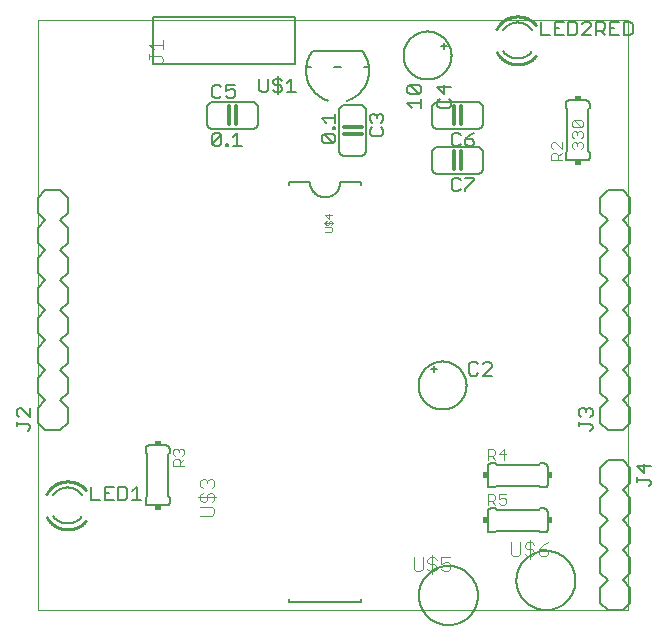
<source format=gto>
G75*
%MOIN*%
%OFA0B0*%
%FSLAX25Y25*%
%IPPOS*%
%LPD*%
%AMOC8*
5,1,8,0,0,1.08239X$1,22.5*
%
%ADD10C,0.00000*%
%ADD11C,0.00600*%
%ADD12C,0.00500*%
%ADD13C,0.01200*%
%ADD14C,0.00400*%
%ADD15C,0.00800*%
%ADD16C,0.01000*%
%ADD17R,0.02000X0.01500*%
%ADD18R,0.01500X0.02000*%
%ADD19C,0.00200*%
D10*
X0009867Y0006093D02*
X0009867Y0202943D01*
X0206717Y0202943D01*
X0206717Y0006093D01*
X0009867Y0006093D01*
D11*
X0024749Y0044580D02*
X0024658Y0044705D01*
X0024564Y0044827D01*
X0024466Y0044946D01*
X0024366Y0045063D01*
X0024262Y0045177D01*
X0024156Y0045289D01*
X0024047Y0045397D01*
X0023935Y0045503D01*
X0023820Y0045606D01*
X0023703Y0045706D01*
X0023583Y0045804D01*
X0023461Y0045897D01*
X0023337Y0045988D01*
X0023210Y0046076D01*
X0023081Y0046160D01*
X0022949Y0046241D01*
X0022816Y0046318D01*
X0022681Y0046392D01*
X0022544Y0046463D01*
X0022405Y0046530D01*
X0022265Y0046593D01*
X0022122Y0046653D01*
X0021979Y0046709D01*
X0021834Y0046761D01*
X0021688Y0046810D01*
X0021540Y0046855D01*
X0021392Y0046896D01*
X0021242Y0046933D01*
X0021092Y0046967D01*
X0020940Y0046996D01*
X0020788Y0047022D01*
X0020636Y0047044D01*
X0020483Y0047061D01*
X0020329Y0047075D01*
X0020175Y0047085D01*
X0020021Y0047091D01*
X0019867Y0047093D01*
X0015131Y0037410D02*
X0015225Y0037291D01*
X0015323Y0037175D01*
X0015423Y0037061D01*
X0015527Y0036950D01*
X0015633Y0036842D01*
X0015741Y0036736D01*
X0015853Y0036634D01*
X0015967Y0036534D01*
X0016083Y0036436D01*
X0016202Y0036342D01*
X0016323Y0036251D01*
X0016447Y0036163D01*
X0016573Y0036078D01*
X0016700Y0035997D01*
X0016830Y0035918D01*
X0016962Y0035843D01*
X0017095Y0035772D01*
X0017231Y0035703D01*
X0017368Y0035638D01*
X0017506Y0035577D01*
X0017647Y0035519D01*
X0017788Y0035465D01*
X0017931Y0035414D01*
X0018075Y0035367D01*
X0018220Y0035323D01*
X0018367Y0035284D01*
X0018514Y0035248D01*
X0018662Y0035215D01*
X0018811Y0035187D01*
X0018961Y0035162D01*
X0019111Y0035141D01*
X0019261Y0035124D01*
X0019413Y0035110D01*
X0019564Y0035101D01*
X0019715Y0035095D01*
X0019867Y0035093D01*
X0015067Y0044693D02*
X0015159Y0044812D01*
X0015253Y0044929D01*
X0015351Y0045043D01*
X0015451Y0045155D01*
X0015555Y0045265D01*
X0015660Y0045371D01*
X0015769Y0045476D01*
X0015880Y0045577D01*
X0015994Y0045675D01*
X0016110Y0045771D01*
X0016228Y0045864D01*
X0016349Y0045953D01*
X0016472Y0046040D01*
X0016597Y0046123D01*
X0016724Y0046204D01*
X0016853Y0046281D01*
X0016984Y0046355D01*
X0017117Y0046426D01*
X0017251Y0046493D01*
X0017387Y0046557D01*
X0017525Y0046617D01*
X0017664Y0046674D01*
X0017805Y0046727D01*
X0017947Y0046777D01*
X0018090Y0046824D01*
X0018234Y0046866D01*
X0018379Y0046906D01*
X0018525Y0046941D01*
X0018672Y0046973D01*
X0018820Y0047001D01*
X0018968Y0047025D01*
X0019117Y0047046D01*
X0019267Y0047063D01*
X0019416Y0047076D01*
X0019566Y0047085D01*
X0019717Y0047091D01*
X0019867Y0047093D01*
X0024603Y0037410D02*
X0024509Y0037291D01*
X0024411Y0037175D01*
X0024311Y0037061D01*
X0024207Y0036950D01*
X0024101Y0036842D01*
X0023993Y0036736D01*
X0023881Y0036634D01*
X0023767Y0036534D01*
X0023651Y0036436D01*
X0023532Y0036342D01*
X0023411Y0036251D01*
X0023287Y0036163D01*
X0023161Y0036078D01*
X0023034Y0035997D01*
X0022904Y0035918D01*
X0022772Y0035843D01*
X0022639Y0035772D01*
X0022503Y0035703D01*
X0022366Y0035638D01*
X0022228Y0035577D01*
X0022087Y0035519D01*
X0021946Y0035465D01*
X0021803Y0035414D01*
X0021659Y0035367D01*
X0021514Y0035323D01*
X0021367Y0035284D01*
X0021220Y0035248D01*
X0021072Y0035215D01*
X0020923Y0035187D01*
X0020773Y0035162D01*
X0020623Y0035141D01*
X0020473Y0035124D01*
X0020321Y0035110D01*
X0020170Y0035101D01*
X0020019Y0035095D01*
X0019867Y0035093D01*
X0045867Y0042093D02*
X0045867Y0043593D01*
X0046367Y0044093D01*
X0046367Y0058093D01*
X0045867Y0058593D01*
X0045867Y0060093D01*
X0045869Y0060153D01*
X0045874Y0060214D01*
X0045883Y0060273D01*
X0045896Y0060332D01*
X0045912Y0060391D01*
X0045932Y0060448D01*
X0045955Y0060503D01*
X0045982Y0060558D01*
X0046011Y0060610D01*
X0046044Y0060661D01*
X0046080Y0060710D01*
X0046118Y0060756D01*
X0046160Y0060800D01*
X0046204Y0060842D01*
X0046250Y0060880D01*
X0046299Y0060916D01*
X0046350Y0060949D01*
X0046402Y0060978D01*
X0046457Y0061005D01*
X0046512Y0061028D01*
X0046569Y0061048D01*
X0046628Y0061064D01*
X0046687Y0061077D01*
X0046746Y0061086D01*
X0046807Y0061091D01*
X0046867Y0061093D01*
X0052867Y0061093D01*
X0052927Y0061091D01*
X0052988Y0061086D01*
X0053047Y0061077D01*
X0053106Y0061064D01*
X0053165Y0061048D01*
X0053222Y0061028D01*
X0053277Y0061005D01*
X0053332Y0060978D01*
X0053384Y0060949D01*
X0053435Y0060916D01*
X0053484Y0060880D01*
X0053530Y0060842D01*
X0053574Y0060800D01*
X0053616Y0060756D01*
X0053654Y0060710D01*
X0053690Y0060661D01*
X0053723Y0060610D01*
X0053752Y0060558D01*
X0053779Y0060503D01*
X0053802Y0060448D01*
X0053822Y0060391D01*
X0053838Y0060332D01*
X0053851Y0060273D01*
X0053860Y0060214D01*
X0053865Y0060153D01*
X0053867Y0060093D01*
X0053867Y0058593D01*
X0053367Y0058093D01*
X0053367Y0044093D01*
X0053867Y0043593D01*
X0053867Y0042093D01*
X0053865Y0042033D01*
X0053860Y0041972D01*
X0053851Y0041913D01*
X0053838Y0041854D01*
X0053822Y0041795D01*
X0053802Y0041738D01*
X0053779Y0041683D01*
X0053752Y0041628D01*
X0053723Y0041576D01*
X0053690Y0041525D01*
X0053654Y0041476D01*
X0053616Y0041430D01*
X0053574Y0041386D01*
X0053530Y0041344D01*
X0053484Y0041306D01*
X0053435Y0041270D01*
X0053384Y0041237D01*
X0053332Y0041208D01*
X0053277Y0041181D01*
X0053222Y0041158D01*
X0053165Y0041138D01*
X0053106Y0041122D01*
X0053047Y0041109D01*
X0052988Y0041100D01*
X0052927Y0041095D01*
X0052867Y0041093D01*
X0046867Y0041093D01*
X0046807Y0041095D01*
X0046746Y0041100D01*
X0046687Y0041109D01*
X0046628Y0041122D01*
X0046569Y0041138D01*
X0046512Y0041158D01*
X0046457Y0041181D01*
X0046402Y0041208D01*
X0046350Y0041237D01*
X0046299Y0041270D01*
X0046250Y0041306D01*
X0046204Y0041344D01*
X0046160Y0041386D01*
X0046118Y0041430D01*
X0046080Y0041476D01*
X0046044Y0041525D01*
X0046011Y0041576D01*
X0045982Y0041628D01*
X0045955Y0041683D01*
X0045932Y0041738D01*
X0045912Y0041795D01*
X0045896Y0041854D01*
X0045883Y0041913D01*
X0045874Y0041972D01*
X0045869Y0042033D01*
X0045867Y0042093D01*
X0140867Y0086593D02*
X0142867Y0086593D01*
X0141867Y0085593D02*
X0141867Y0087593D01*
X0136867Y0081093D02*
X0136869Y0081289D01*
X0136877Y0081486D01*
X0136889Y0081682D01*
X0136906Y0081877D01*
X0136927Y0082072D01*
X0136954Y0082267D01*
X0136985Y0082461D01*
X0137021Y0082654D01*
X0137061Y0082846D01*
X0137107Y0083037D01*
X0137157Y0083227D01*
X0137211Y0083415D01*
X0137271Y0083602D01*
X0137335Y0083788D01*
X0137403Y0083972D01*
X0137476Y0084154D01*
X0137553Y0084335D01*
X0137635Y0084513D01*
X0137721Y0084690D01*
X0137812Y0084864D01*
X0137906Y0085036D01*
X0138005Y0085206D01*
X0138108Y0085373D01*
X0138215Y0085538D01*
X0138326Y0085699D01*
X0138441Y0085859D01*
X0138560Y0086015D01*
X0138683Y0086168D01*
X0138809Y0086318D01*
X0138939Y0086465D01*
X0139073Y0086609D01*
X0139210Y0086750D01*
X0139351Y0086887D01*
X0139495Y0087021D01*
X0139642Y0087151D01*
X0139792Y0087277D01*
X0139945Y0087400D01*
X0140101Y0087519D01*
X0140261Y0087634D01*
X0140422Y0087745D01*
X0140587Y0087852D01*
X0140754Y0087955D01*
X0140924Y0088054D01*
X0141096Y0088148D01*
X0141270Y0088239D01*
X0141447Y0088325D01*
X0141625Y0088407D01*
X0141806Y0088484D01*
X0141988Y0088557D01*
X0142172Y0088625D01*
X0142358Y0088689D01*
X0142545Y0088749D01*
X0142733Y0088803D01*
X0142923Y0088853D01*
X0143114Y0088899D01*
X0143306Y0088939D01*
X0143499Y0088975D01*
X0143693Y0089006D01*
X0143888Y0089033D01*
X0144083Y0089054D01*
X0144278Y0089071D01*
X0144474Y0089083D01*
X0144671Y0089091D01*
X0144867Y0089093D01*
X0145063Y0089091D01*
X0145260Y0089083D01*
X0145456Y0089071D01*
X0145651Y0089054D01*
X0145846Y0089033D01*
X0146041Y0089006D01*
X0146235Y0088975D01*
X0146428Y0088939D01*
X0146620Y0088899D01*
X0146811Y0088853D01*
X0147001Y0088803D01*
X0147189Y0088749D01*
X0147376Y0088689D01*
X0147562Y0088625D01*
X0147746Y0088557D01*
X0147928Y0088484D01*
X0148109Y0088407D01*
X0148287Y0088325D01*
X0148464Y0088239D01*
X0148638Y0088148D01*
X0148810Y0088054D01*
X0148980Y0087955D01*
X0149147Y0087852D01*
X0149312Y0087745D01*
X0149473Y0087634D01*
X0149633Y0087519D01*
X0149789Y0087400D01*
X0149942Y0087277D01*
X0150092Y0087151D01*
X0150239Y0087021D01*
X0150383Y0086887D01*
X0150524Y0086750D01*
X0150661Y0086609D01*
X0150795Y0086465D01*
X0150925Y0086318D01*
X0151051Y0086168D01*
X0151174Y0086015D01*
X0151293Y0085859D01*
X0151408Y0085699D01*
X0151519Y0085538D01*
X0151626Y0085373D01*
X0151729Y0085206D01*
X0151828Y0085036D01*
X0151922Y0084864D01*
X0152013Y0084690D01*
X0152099Y0084513D01*
X0152181Y0084335D01*
X0152258Y0084154D01*
X0152331Y0083972D01*
X0152399Y0083788D01*
X0152463Y0083602D01*
X0152523Y0083415D01*
X0152577Y0083227D01*
X0152627Y0083037D01*
X0152673Y0082846D01*
X0152713Y0082654D01*
X0152749Y0082461D01*
X0152780Y0082267D01*
X0152807Y0082072D01*
X0152828Y0081877D01*
X0152845Y0081682D01*
X0152857Y0081486D01*
X0152865Y0081289D01*
X0152867Y0081093D01*
X0152865Y0080897D01*
X0152857Y0080700D01*
X0152845Y0080504D01*
X0152828Y0080309D01*
X0152807Y0080114D01*
X0152780Y0079919D01*
X0152749Y0079725D01*
X0152713Y0079532D01*
X0152673Y0079340D01*
X0152627Y0079149D01*
X0152577Y0078959D01*
X0152523Y0078771D01*
X0152463Y0078584D01*
X0152399Y0078398D01*
X0152331Y0078214D01*
X0152258Y0078032D01*
X0152181Y0077851D01*
X0152099Y0077673D01*
X0152013Y0077496D01*
X0151922Y0077322D01*
X0151828Y0077150D01*
X0151729Y0076980D01*
X0151626Y0076813D01*
X0151519Y0076648D01*
X0151408Y0076487D01*
X0151293Y0076327D01*
X0151174Y0076171D01*
X0151051Y0076018D01*
X0150925Y0075868D01*
X0150795Y0075721D01*
X0150661Y0075577D01*
X0150524Y0075436D01*
X0150383Y0075299D01*
X0150239Y0075165D01*
X0150092Y0075035D01*
X0149942Y0074909D01*
X0149789Y0074786D01*
X0149633Y0074667D01*
X0149473Y0074552D01*
X0149312Y0074441D01*
X0149147Y0074334D01*
X0148980Y0074231D01*
X0148810Y0074132D01*
X0148638Y0074038D01*
X0148464Y0073947D01*
X0148287Y0073861D01*
X0148109Y0073779D01*
X0147928Y0073702D01*
X0147746Y0073629D01*
X0147562Y0073561D01*
X0147376Y0073497D01*
X0147189Y0073437D01*
X0147001Y0073383D01*
X0146811Y0073333D01*
X0146620Y0073287D01*
X0146428Y0073247D01*
X0146235Y0073211D01*
X0146041Y0073180D01*
X0145846Y0073153D01*
X0145651Y0073132D01*
X0145456Y0073115D01*
X0145260Y0073103D01*
X0145063Y0073095D01*
X0144867Y0073093D01*
X0144671Y0073095D01*
X0144474Y0073103D01*
X0144278Y0073115D01*
X0144083Y0073132D01*
X0143888Y0073153D01*
X0143693Y0073180D01*
X0143499Y0073211D01*
X0143306Y0073247D01*
X0143114Y0073287D01*
X0142923Y0073333D01*
X0142733Y0073383D01*
X0142545Y0073437D01*
X0142358Y0073497D01*
X0142172Y0073561D01*
X0141988Y0073629D01*
X0141806Y0073702D01*
X0141625Y0073779D01*
X0141447Y0073861D01*
X0141270Y0073947D01*
X0141096Y0074038D01*
X0140924Y0074132D01*
X0140754Y0074231D01*
X0140587Y0074334D01*
X0140422Y0074441D01*
X0140261Y0074552D01*
X0140101Y0074667D01*
X0139945Y0074786D01*
X0139792Y0074909D01*
X0139642Y0075035D01*
X0139495Y0075165D01*
X0139351Y0075299D01*
X0139210Y0075436D01*
X0139073Y0075577D01*
X0138939Y0075721D01*
X0138809Y0075868D01*
X0138683Y0076018D01*
X0138560Y0076171D01*
X0138441Y0076327D01*
X0138326Y0076487D01*
X0138215Y0076648D01*
X0138108Y0076813D01*
X0138005Y0076980D01*
X0137906Y0077150D01*
X0137812Y0077322D01*
X0137721Y0077496D01*
X0137635Y0077673D01*
X0137553Y0077851D01*
X0137476Y0078032D01*
X0137403Y0078214D01*
X0137335Y0078398D01*
X0137271Y0078584D01*
X0137211Y0078771D01*
X0137157Y0078959D01*
X0137107Y0079149D01*
X0137061Y0079340D01*
X0137021Y0079532D01*
X0136985Y0079725D01*
X0136954Y0079919D01*
X0136927Y0080114D01*
X0136906Y0080309D01*
X0136889Y0080504D01*
X0136877Y0080700D01*
X0136869Y0080897D01*
X0136867Y0081093D01*
X0160867Y0055093D02*
X0162367Y0055093D01*
X0162867Y0054593D01*
X0176867Y0054593D01*
X0177367Y0055093D01*
X0178867Y0055093D01*
X0178927Y0055091D01*
X0178988Y0055086D01*
X0179047Y0055077D01*
X0179106Y0055064D01*
X0179165Y0055048D01*
X0179222Y0055028D01*
X0179277Y0055005D01*
X0179332Y0054978D01*
X0179384Y0054949D01*
X0179435Y0054916D01*
X0179484Y0054880D01*
X0179530Y0054842D01*
X0179574Y0054800D01*
X0179616Y0054756D01*
X0179654Y0054710D01*
X0179690Y0054661D01*
X0179723Y0054610D01*
X0179752Y0054558D01*
X0179779Y0054503D01*
X0179802Y0054448D01*
X0179822Y0054391D01*
X0179838Y0054332D01*
X0179851Y0054273D01*
X0179860Y0054214D01*
X0179865Y0054153D01*
X0179867Y0054093D01*
X0179867Y0048093D01*
X0179865Y0048033D01*
X0179860Y0047972D01*
X0179851Y0047913D01*
X0179838Y0047854D01*
X0179822Y0047795D01*
X0179802Y0047738D01*
X0179779Y0047683D01*
X0179752Y0047628D01*
X0179723Y0047576D01*
X0179690Y0047525D01*
X0179654Y0047476D01*
X0179616Y0047430D01*
X0179574Y0047386D01*
X0179530Y0047344D01*
X0179484Y0047306D01*
X0179435Y0047270D01*
X0179384Y0047237D01*
X0179332Y0047208D01*
X0179277Y0047181D01*
X0179222Y0047158D01*
X0179165Y0047138D01*
X0179106Y0047122D01*
X0179047Y0047109D01*
X0178988Y0047100D01*
X0178927Y0047095D01*
X0178867Y0047093D01*
X0177367Y0047093D01*
X0176867Y0047593D01*
X0162867Y0047593D01*
X0162367Y0047093D01*
X0160867Y0047093D01*
X0160807Y0047095D01*
X0160746Y0047100D01*
X0160687Y0047109D01*
X0160628Y0047122D01*
X0160569Y0047138D01*
X0160512Y0047158D01*
X0160457Y0047181D01*
X0160402Y0047208D01*
X0160350Y0047237D01*
X0160299Y0047270D01*
X0160250Y0047306D01*
X0160204Y0047344D01*
X0160160Y0047386D01*
X0160118Y0047430D01*
X0160080Y0047476D01*
X0160044Y0047525D01*
X0160011Y0047576D01*
X0159982Y0047628D01*
X0159955Y0047683D01*
X0159932Y0047738D01*
X0159912Y0047795D01*
X0159896Y0047854D01*
X0159883Y0047913D01*
X0159874Y0047972D01*
X0159869Y0048033D01*
X0159867Y0048093D01*
X0159867Y0054093D01*
X0159869Y0054153D01*
X0159874Y0054214D01*
X0159883Y0054273D01*
X0159896Y0054332D01*
X0159912Y0054391D01*
X0159932Y0054448D01*
X0159955Y0054503D01*
X0159982Y0054558D01*
X0160011Y0054610D01*
X0160044Y0054661D01*
X0160080Y0054710D01*
X0160118Y0054756D01*
X0160160Y0054800D01*
X0160204Y0054842D01*
X0160250Y0054880D01*
X0160299Y0054916D01*
X0160350Y0054949D01*
X0160402Y0054978D01*
X0160457Y0055005D01*
X0160512Y0055028D01*
X0160569Y0055048D01*
X0160628Y0055064D01*
X0160687Y0055077D01*
X0160746Y0055086D01*
X0160807Y0055091D01*
X0160867Y0055093D01*
X0160867Y0040093D02*
X0162367Y0040093D01*
X0162867Y0039593D01*
X0176867Y0039593D01*
X0177367Y0040093D01*
X0178867Y0040093D01*
X0178927Y0040091D01*
X0178988Y0040086D01*
X0179047Y0040077D01*
X0179106Y0040064D01*
X0179165Y0040048D01*
X0179222Y0040028D01*
X0179277Y0040005D01*
X0179332Y0039978D01*
X0179384Y0039949D01*
X0179435Y0039916D01*
X0179484Y0039880D01*
X0179530Y0039842D01*
X0179574Y0039800D01*
X0179616Y0039756D01*
X0179654Y0039710D01*
X0179690Y0039661D01*
X0179723Y0039610D01*
X0179752Y0039558D01*
X0179779Y0039503D01*
X0179802Y0039448D01*
X0179822Y0039391D01*
X0179838Y0039332D01*
X0179851Y0039273D01*
X0179860Y0039214D01*
X0179865Y0039153D01*
X0179867Y0039093D01*
X0179867Y0033093D01*
X0179865Y0033033D01*
X0179860Y0032972D01*
X0179851Y0032913D01*
X0179838Y0032854D01*
X0179822Y0032795D01*
X0179802Y0032738D01*
X0179779Y0032683D01*
X0179752Y0032628D01*
X0179723Y0032576D01*
X0179690Y0032525D01*
X0179654Y0032476D01*
X0179616Y0032430D01*
X0179574Y0032386D01*
X0179530Y0032344D01*
X0179484Y0032306D01*
X0179435Y0032270D01*
X0179384Y0032237D01*
X0179332Y0032208D01*
X0179277Y0032181D01*
X0179222Y0032158D01*
X0179165Y0032138D01*
X0179106Y0032122D01*
X0179047Y0032109D01*
X0178988Y0032100D01*
X0178927Y0032095D01*
X0178867Y0032093D01*
X0177367Y0032093D01*
X0176867Y0032593D01*
X0162867Y0032593D01*
X0162367Y0032093D01*
X0160867Y0032093D01*
X0160807Y0032095D01*
X0160746Y0032100D01*
X0160687Y0032109D01*
X0160628Y0032122D01*
X0160569Y0032138D01*
X0160512Y0032158D01*
X0160457Y0032181D01*
X0160402Y0032208D01*
X0160350Y0032237D01*
X0160299Y0032270D01*
X0160250Y0032306D01*
X0160204Y0032344D01*
X0160160Y0032386D01*
X0160118Y0032430D01*
X0160080Y0032476D01*
X0160044Y0032525D01*
X0160011Y0032576D01*
X0159982Y0032628D01*
X0159955Y0032683D01*
X0159932Y0032738D01*
X0159912Y0032795D01*
X0159896Y0032854D01*
X0159883Y0032913D01*
X0159874Y0032972D01*
X0159869Y0033033D01*
X0159867Y0033093D01*
X0159867Y0039093D01*
X0159869Y0039153D01*
X0159874Y0039214D01*
X0159883Y0039273D01*
X0159896Y0039332D01*
X0159912Y0039391D01*
X0159932Y0039448D01*
X0159955Y0039503D01*
X0159982Y0039558D01*
X0160011Y0039610D01*
X0160044Y0039661D01*
X0160080Y0039710D01*
X0160118Y0039756D01*
X0160160Y0039800D01*
X0160204Y0039842D01*
X0160250Y0039880D01*
X0160299Y0039916D01*
X0160350Y0039949D01*
X0160402Y0039978D01*
X0160457Y0040005D01*
X0160512Y0040028D01*
X0160569Y0040048D01*
X0160628Y0040064D01*
X0160687Y0040077D01*
X0160746Y0040086D01*
X0160807Y0040091D01*
X0160867Y0040093D01*
X0156367Y0151593D02*
X0143367Y0151593D01*
X0143280Y0151595D01*
X0143193Y0151601D01*
X0143106Y0151610D01*
X0143020Y0151623D01*
X0142934Y0151640D01*
X0142849Y0151661D01*
X0142766Y0151686D01*
X0142683Y0151714D01*
X0142602Y0151745D01*
X0142522Y0151780D01*
X0142444Y0151819D01*
X0142367Y0151861D01*
X0142292Y0151906D01*
X0142220Y0151955D01*
X0142149Y0152006D01*
X0142081Y0152061D01*
X0142016Y0152118D01*
X0141953Y0152179D01*
X0141892Y0152242D01*
X0141835Y0152307D01*
X0141780Y0152375D01*
X0141729Y0152446D01*
X0141680Y0152518D01*
X0141635Y0152593D01*
X0141593Y0152670D01*
X0141554Y0152748D01*
X0141519Y0152828D01*
X0141488Y0152909D01*
X0141460Y0152992D01*
X0141435Y0153075D01*
X0141414Y0153160D01*
X0141397Y0153246D01*
X0141384Y0153332D01*
X0141375Y0153419D01*
X0141369Y0153506D01*
X0141367Y0153593D01*
X0141367Y0158593D01*
X0141369Y0158680D01*
X0141375Y0158767D01*
X0141384Y0158854D01*
X0141397Y0158940D01*
X0141414Y0159026D01*
X0141435Y0159111D01*
X0141460Y0159194D01*
X0141488Y0159277D01*
X0141519Y0159358D01*
X0141554Y0159438D01*
X0141593Y0159516D01*
X0141635Y0159593D01*
X0141680Y0159668D01*
X0141729Y0159740D01*
X0141780Y0159811D01*
X0141835Y0159879D01*
X0141892Y0159944D01*
X0141953Y0160007D01*
X0142016Y0160068D01*
X0142081Y0160125D01*
X0142149Y0160180D01*
X0142220Y0160231D01*
X0142292Y0160280D01*
X0142367Y0160325D01*
X0142444Y0160367D01*
X0142522Y0160406D01*
X0142602Y0160441D01*
X0142683Y0160472D01*
X0142766Y0160500D01*
X0142849Y0160525D01*
X0142934Y0160546D01*
X0143020Y0160563D01*
X0143106Y0160576D01*
X0143193Y0160585D01*
X0143280Y0160591D01*
X0143367Y0160593D01*
X0156367Y0160593D01*
X0156454Y0160591D01*
X0156541Y0160585D01*
X0156628Y0160576D01*
X0156714Y0160563D01*
X0156800Y0160546D01*
X0156885Y0160525D01*
X0156968Y0160500D01*
X0157051Y0160472D01*
X0157132Y0160441D01*
X0157212Y0160406D01*
X0157290Y0160367D01*
X0157367Y0160325D01*
X0157442Y0160280D01*
X0157514Y0160231D01*
X0157585Y0160180D01*
X0157653Y0160125D01*
X0157718Y0160068D01*
X0157781Y0160007D01*
X0157842Y0159944D01*
X0157899Y0159879D01*
X0157954Y0159811D01*
X0158005Y0159740D01*
X0158054Y0159668D01*
X0158099Y0159593D01*
X0158141Y0159516D01*
X0158180Y0159438D01*
X0158215Y0159358D01*
X0158246Y0159277D01*
X0158274Y0159194D01*
X0158299Y0159111D01*
X0158320Y0159026D01*
X0158337Y0158940D01*
X0158350Y0158854D01*
X0158359Y0158767D01*
X0158365Y0158680D01*
X0158367Y0158593D01*
X0158367Y0153593D01*
X0158365Y0153506D01*
X0158359Y0153419D01*
X0158350Y0153332D01*
X0158337Y0153246D01*
X0158320Y0153160D01*
X0158299Y0153075D01*
X0158274Y0152992D01*
X0158246Y0152909D01*
X0158215Y0152828D01*
X0158180Y0152748D01*
X0158141Y0152670D01*
X0158099Y0152593D01*
X0158054Y0152518D01*
X0158005Y0152446D01*
X0157954Y0152375D01*
X0157899Y0152307D01*
X0157842Y0152242D01*
X0157781Y0152179D01*
X0157718Y0152118D01*
X0157653Y0152061D01*
X0157585Y0152006D01*
X0157514Y0151955D01*
X0157442Y0151906D01*
X0157367Y0151861D01*
X0157290Y0151819D01*
X0157212Y0151780D01*
X0157132Y0151745D01*
X0157051Y0151714D01*
X0156968Y0151686D01*
X0156885Y0151661D01*
X0156800Y0151640D01*
X0156714Y0151623D01*
X0156628Y0151610D01*
X0156541Y0151601D01*
X0156454Y0151595D01*
X0156367Y0151593D01*
X0156367Y0166593D02*
X0143367Y0166593D01*
X0143280Y0166595D01*
X0143193Y0166601D01*
X0143106Y0166610D01*
X0143020Y0166623D01*
X0142934Y0166640D01*
X0142849Y0166661D01*
X0142766Y0166686D01*
X0142683Y0166714D01*
X0142602Y0166745D01*
X0142522Y0166780D01*
X0142444Y0166819D01*
X0142367Y0166861D01*
X0142292Y0166906D01*
X0142220Y0166955D01*
X0142149Y0167006D01*
X0142081Y0167061D01*
X0142016Y0167118D01*
X0141953Y0167179D01*
X0141892Y0167242D01*
X0141835Y0167307D01*
X0141780Y0167375D01*
X0141729Y0167446D01*
X0141680Y0167518D01*
X0141635Y0167593D01*
X0141593Y0167670D01*
X0141554Y0167748D01*
X0141519Y0167828D01*
X0141488Y0167909D01*
X0141460Y0167992D01*
X0141435Y0168075D01*
X0141414Y0168160D01*
X0141397Y0168246D01*
X0141384Y0168332D01*
X0141375Y0168419D01*
X0141369Y0168506D01*
X0141367Y0168593D01*
X0141367Y0173593D01*
X0141369Y0173680D01*
X0141375Y0173767D01*
X0141384Y0173854D01*
X0141397Y0173940D01*
X0141414Y0174026D01*
X0141435Y0174111D01*
X0141460Y0174194D01*
X0141488Y0174277D01*
X0141519Y0174358D01*
X0141554Y0174438D01*
X0141593Y0174516D01*
X0141635Y0174593D01*
X0141680Y0174668D01*
X0141729Y0174740D01*
X0141780Y0174811D01*
X0141835Y0174879D01*
X0141892Y0174944D01*
X0141953Y0175007D01*
X0142016Y0175068D01*
X0142081Y0175125D01*
X0142149Y0175180D01*
X0142220Y0175231D01*
X0142292Y0175280D01*
X0142367Y0175325D01*
X0142444Y0175367D01*
X0142522Y0175406D01*
X0142602Y0175441D01*
X0142683Y0175472D01*
X0142766Y0175500D01*
X0142849Y0175525D01*
X0142934Y0175546D01*
X0143020Y0175563D01*
X0143106Y0175576D01*
X0143193Y0175585D01*
X0143280Y0175591D01*
X0143367Y0175593D01*
X0156367Y0175593D01*
X0156454Y0175591D01*
X0156541Y0175585D01*
X0156628Y0175576D01*
X0156714Y0175563D01*
X0156800Y0175546D01*
X0156885Y0175525D01*
X0156968Y0175500D01*
X0157051Y0175472D01*
X0157132Y0175441D01*
X0157212Y0175406D01*
X0157290Y0175367D01*
X0157367Y0175325D01*
X0157442Y0175280D01*
X0157514Y0175231D01*
X0157585Y0175180D01*
X0157653Y0175125D01*
X0157718Y0175068D01*
X0157781Y0175007D01*
X0157842Y0174944D01*
X0157899Y0174879D01*
X0157954Y0174811D01*
X0158005Y0174740D01*
X0158054Y0174668D01*
X0158099Y0174593D01*
X0158141Y0174516D01*
X0158180Y0174438D01*
X0158215Y0174358D01*
X0158246Y0174277D01*
X0158274Y0174194D01*
X0158299Y0174111D01*
X0158320Y0174026D01*
X0158337Y0173940D01*
X0158350Y0173854D01*
X0158359Y0173767D01*
X0158365Y0173680D01*
X0158367Y0173593D01*
X0158367Y0168593D01*
X0158365Y0168506D01*
X0158359Y0168419D01*
X0158350Y0168332D01*
X0158337Y0168246D01*
X0158320Y0168160D01*
X0158299Y0168075D01*
X0158274Y0167992D01*
X0158246Y0167909D01*
X0158215Y0167828D01*
X0158180Y0167748D01*
X0158141Y0167670D01*
X0158099Y0167593D01*
X0158054Y0167518D01*
X0158005Y0167446D01*
X0157954Y0167375D01*
X0157899Y0167307D01*
X0157842Y0167242D01*
X0157781Y0167179D01*
X0157718Y0167118D01*
X0157653Y0167061D01*
X0157585Y0167006D01*
X0157514Y0166955D01*
X0157442Y0166906D01*
X0157367Y0166861D01*
X0157290Y0166819D01*
X0157212Y0166780D01*
X0157132Y0166745D01*
X0157051Y0166714D01*
X0156968Y0166686D01*
X0156885Y0166661D01*
X0156800Y0166640D01*
X0156714Y0166623D01*
X0156628Y0166610D01*
X0156541Y0166601D01*
X0156454Y0166595D01*
X0156367Y0166593D01*
X0131867Y0191093D02*
X0131869Y0191289D01*
X0131877Y0191486D01*
X0131889Y0191682D01*
X0131906Y0191877D01*
X0131927Y0192072D01*
X0131954Y0192267D01*
X0131985Y0192461D01*
X0132021Y0192654D01*
X0132061Y0192846D01*
X0132107Y0193037D01*
X0132157Y0193227D01*
X0132211Y0193415D01*
X0132271Y0193602D01*
X0132335Y0193788D01*
X0132403Y0193972D01*
X0132476Y0194154D01*
X0132553Y0194335D01*
X0132635Y0194513D01*
X0132721Y0194690D01*
X0132812Y0194864D01*
X0132906Y0195036D01*
X0133005Y0195206D01*
X0133108Y0195373D01*
X0133215Y0195538D01*
X0133326Y0195699D01*
X0133441Y0195859D01*
X0133560Y0196015D01*
X0133683Y0196168D01*
X0133809Y0196318D01*
X0133939Y0196465D01*
X0134073Y0196609D01*
X0134210Y0196750D01*
X0134351Y0196887D01*
X0134495Y0197021D01*
X0134642Y0197151D01*
X0134792Y0197277D01*
X0134945Y0197400D01*
X0135101Y0197519D01*
X0135261Y0197634D01*
X0135422Y0197745D01*
X0135587Y0197852D01*
X0135754Y0197955D01*
X0135924Y0198054D01*
X0136096Y0198148D01*
X0136270Y0198239D01*
X0136447Y0198325D01*
X0136625Y0198407D01*
X0136806Y0198484D01*
X0136988Y0198557D01*
X0137172Y0198625D01*
X0137358Y0198689D01*
X0137545Y0198749D01*
X0137733Y0198803D01*
X0137923Y0198853D01*
X0138114Y0198899D01*
X0138306Y0198939D01*
X0138499Y0198975D01*
X0138693Y0199006D01*
X0138888Y0199033D01*
X0139083Y0199054D01*
X0139278Y0199071D01*
X0139474Y0199083D01*
X0139671Y0199091D01*
X0139867Y0199093D01*
X0140063Y0199091D01*
X0140260Y0199083D01*
X0140456Y0199071D01*
X0140651Y0199054D01*
X0140846Y0199033D01*
X0141041Y0199006D01*
X0141235Y0198975D01*
X0141428Y0198939D01*
X0141620Y0198899D01*
X0141811Y0198853D01*
X0142001Y0198803D01*
X0142189Y0198749D01*
X0142376Y0198689D01*
X0142562Y0198625D01*
X0142746Y0198557D01*
X0142928Y0198484D01*
X0143109Y0198407D01*
X0143287Y0198325D01*
X0143464Y0198239D01*
X0143638Y0198148D01*
X0143810Y0198054D01*
X0143980Y0197955D01*
X0144147Y0197852D01*
X0144312Y0197745D01*
X0144473Y0197634D01*
X0144633Y0197519D01*
X0144789Y0197400D01*
X0144942Y0197277D01*
X0145092Y0197151D01*
X0145239Y0197021D01*
X0145383Y0196887D01*
X0145524Y0196750D01*
X0145661Y0196609D01*
X0145795Y0196465D01*
X0145925Y0196318D01*
X0146051Y0196168D01*
X0146174Y0196015D01*
X0146293Y0195859D01*
X0146408Y0195699D01*
X0146519Y0195538D01*
X0146626Y0195373D01*
X0146729Y0195206D01*
X0146828Y0195036D01*
X0146922Y0194864D01*
X0147013Y0194690D01*
X0147099Y0194513D01*
X0147181Y0194335D01*
X0147258Y0194154D01*
X0147331Y0193972D01*
X0147399Y0193788D01*
X0147463Y0193602D01*
X0147523Y0193415D01*
X0147577Y0193227D01*
X0147627Y0193037D01*
X0147673Y0192846D01*
X0147713Y0192654D01*
X0147749Y0192461D01*
X0147780Y0192267D01*
X0147807Y0192072D01*
X0147828Y0191877D01*
X0147845Y0191682D01*
X0147857Y0191486D01*
X0147865Y0191289D01*
X0147867Y0191093D01*
X0147865Y0190897D01*
X0147857Y0190700D01*
X0147845Y0190504D01*
X0147828Y0190309D01*
X0147807Y0190114D01*
X0147780Y0189919D01*
X0147749Y0189725D01*
X0147713Y0189532D01*
X0147673Y0189340D01*
X0147627Y0189149D01*
X0147577Y0188959D01*
X0147523Y0188771D01*
X0147463Y0188584D01*
X0147399Y0188398D01*
X0147331Y0188214D01*
X0147258Y0188032D01*
X0147181Y0187851D01*
X0147099Y0187673D01*
X0147013Y0187496D01*
X0146922Y0187322D01*
X0146828Y0187150D01*
X0146729Y0186980D01*
X0146626Y0186813D01*
X0146519Y0186648D01*
X0146408Y0186487D01*
X0146293Y0186327D01*
X0146174Y0186171D01*
X0146051Y0186018D01*
X0145925Y0185868D01*
X0145795Y0185721D01*
X0145661Y0185577D01*
X0145524Y0185436D01*
X0145383Y0185299D01*
X0145239Y0185165D01*
X0145092Y0185035D01*
X0144942Y0184909D01*
X0144789Y0184786D01*
X0144633Y0184667D01*
X0144473Y0184552D01*
X0144312Y0184441D01*
X0144147Y0184334D01*
X0143980Y0184231D01*
X0143810Y0184132D01*
X0143638Y0184038D01*
X0143464Y0183947D01*
X0143287Y0183861D01*
X0143109Y0183779D01*
X0142928Y0183702D01*
X0142746Y0183629D01*
X0142562Y0183561D01*
X0142376Y0183497D01*
X0142189Y0183437D01*
X0142001Y0183383D01*
X0141811Y0183333D01*
X0141620Y0183287D01*
X0141428Y0183247D01*
X0141235Y0183211D01*
X0141041Y0183180D01*
X0140846Y0183153D01*
X0140651Y0183132D01*
X0140456Y0183115D01*
X0140260Y0183103D01*
X0140063Y0183095D01*
X0139867Y0183093D01*
X0139671Y0183095D01*
X0139474Y0183103D01*
X0139278Y0183115D01*
X0139083Y0183132D01*
X0138888Y0183153D01*
X0138693Y0183180D01*
X0138499Y0183211D01*
X0138306Y0183247D01*
X0138114Y0183287D01*
X0137923Y0183333D01*
X0137733Y0183383D01*
X0137545Y0183437D01*
X0137358Y0183497D01*
X0137172Y0183561D01*
X0136988Y0183629D01*
X0136806Y0183702D01*
X0136625Y0183779D01*
X0136447Y0183861D01*
X0136270Y0183947D01*
X0136096Y0184038D01*
X0135924Y0184132D01*
X0135754Y0184231D01*
X0135587Y0184334D01*
X0135422Y0184441D01*
X0135261Y0184552D01*
X0135101Y0184667D01*
X0134945Y0184786D01*
X0134792Y0184909D01*
X0134642Y0185035D01*
X0134495Y0185165D01*
X0134351Y0185299D01*
X0134210Y0185436D01*
X0134073Y0185577D01*
X0133939Y0185721D01*
X0133809Y0185868D01*
X0133683Y0186018D01*
X0133560Y0186171D01*
X0133441Y0186327D01*
X0133326Y0186487D01*
X0133215Y0186648D01*
X0133108Y0186813D01*
X0133005Y0186980D01*
X0132906Y0187150D01*
X0132812Y0187322D01*
X0132721Y0187496D01*
X0132635Y0187673D01*
X0132553Y0187851D01*
X0132476Y0188032D01*
X0132403Y0188214D01*
X0132335Y0188398D01*
X0132271Y0188584D01*
X0132211Y0188771D01*
X0132157Y0188959D01*
X0132107Y0189149D01*
X0132061Y0189340D01*
X0132021Y0189532D01*
X0131985Y0189725D01*
X0131954Y0189919D01*
X0131927Y0190114D01*
X0131906Y0190309D01*
X0131889Y0190504D01*
X0131877Y0190700D01*
X0131869Y0190897D01*
X0131867Y0191093D01*
X0144367Y0194093D02*
X0146367Y0194093D01*
X0145367Y0195093D02*
X0145367Y0193093D01*
X0169867Y0202093D02*
X0170021Y0202091D01*
X0170175Y0202085D01*
X0170329Y0202075D01*
X0170483Y0202061D01*
X0170636Y0202044D01*
X0170788Y0202022D01*
X0170940Y0201996D01*
X0171092Y0201967D01*
X0171242Y0201933D01*
X0171392Y0201896D01*
X0171540Y0201855D01*
X0171688Y0201810D01*
X0171834Y0201761D01*
X0171979Y0201709D01*
X0172122Y0201653D01*
X0172265Y0201593D01*
X0172405Y0201530D01*
X0172544Y0201463D01*
X0172681Y0201392D01*
X0172816Y0201318D01*
X0172949Y0201241D01*
X0173081Y0201160D01*
X0173210Y0201076D01*
X0173337Y0200988D01*
X0173461Y0200897D01*
X0173583Y0200804D01*
X0173703Y0200706D01*
X0173820Y0200606D01*
X0173935Y0200503D01*
X0174047Y0200397D01*
X0174156Y0200289D01*
X0174262Y0200177D01*
X0174366Y0200063D01*
X0174466Y0199946D01*
X0174564Y0199827D01*
X0174658Y0199705D01*
X0174749Y0199580D01*
X0169867Y0190093D02*
X0169715Y0190095D01*
X0169564Y0190101D01*
X0169413Y0190110D01*
X0169261Y0190124D01*
X0169111Y0190141D01*
X0168961Y0190162D01*
X0168811Y0190187D01*
X0168662Y0190215D01*
X0168514Y0190248D01*
X0168367Y0190284D01*
X0168220Y0190323D01*
X0168075Y0190367D01*
X0167931Y0190414D01*
X0167788Y0190465D01*
X0167647Y0190519D01*
X0167506Y0190577D01*
X0167368Y0190638D01*
X0167231Y0190703D01*
X0167095Y0190772D01*
X0166962Y0190843D01*
X0166830Y0190918D01*
X0166700Y0190997D01*
X0166573Y0191078D01*
X0166447Y0191163D01*
X0166323Y0191251D01*
X0166202Y0191342D01*
X0166083Y0191436D01*
X0165967Y0191534D01*
X0165853Y0191634D01*
X0165741Y0191736D01*
X0165633Y0191842D01*
X0165527Y0191950D01*
X0165423Y0192061D01*
X0165323Y0192175D01*
X0165225Y0192291D01*
X0165131Y0192410D01*
X0169867Y0190093D02*
X0170019Y0190095D01*
X0170170Y0190101D01*
X0170321Y0190110D01*
X0170473Y0190124D01*
X0170623Y0190141D01*
X0170773Y0190162D01*
X0170923Y0190187D01*
X0171072Y0190215D01*
X0171220Y0190248D01*
X0171367Y0190284D01*
X0171514Y0190323D01*
X0171659Y0190367D01*
X0171803Y0190414D01*
X0171946Y0190465D01*
X0172087Y0190519D01*
X0172228Y0190577D01*
X0172366Y0190638D01*
X0172503Y0190703D01*
X0172639Y0190772D01*
X0172772Y0190843D01*
X0172904Y0190918D01*
X0173034Y0190997D01*
X0173161Y0191078D01*
X0173287Y0191163D01*
X0173411Y0191251D01*
X0173532Y0191342D01*
X0173651Y0191436D01*
X0173767Y0191534D01*
X0173881Y0191634D01*
X0173993Y0191736D01*
X0174101Y0191842D01*
X0174207Y0191950D01*
X0174311Y0192061D01*
X0174411Y0192175D01*
X0174509Y0192291D01*
X0174603Y0192410D01*
X0169867Y0202093D02*
X0169717Y0202091D01*
X0169566Y0202085D01*
X0169416Y0202076D01*
X0169267Y0202063D01*
X0169117Y0202046D01*
X0168968Y0202025D01*
X0168820Y0202001D01*
X0168672Y0201973D01*
X0168525Y0201941D01*
X0168379Y0201906D01*
X0168234Y0201866D01*
X0168090Y0201824D01*
X0167947Y0201777D01*
X0167805Y0201727D01*
X0167664Y0201674D01*
X0167525Y0201617D01*
X0167387Y0201557D01*
X0167251Y0201493D01*
X0167117Y0201426D01*
X0166984Y0201355D01*
X0166853Y0201281D01*
X0166724Y0201204D01*
X0166597Y0201123D01*
X0166472Y0201040D01*
X0166349Y0200953D01*
X0166228Y0200864D01*
X0166110Y0200771D01*
X0165994Y0200675D01*
X0165880Y0200577D01*
X0165769Y0200476D01*
X0165660Y0200371D01*
X0165555Y0200265D01*
X0165451Y0200155D01*
X0165351Y0200043D01*
X0165253Y0199929D01*
X0165159Y0199812D01*
X0165067Y0199693D01*
X0186867Y0176093D02*
X0192867Y0176093D01*
X0192927Y0176091D01*
X0192988Y0176086D01*
X0193047Y0176077D01*
X0193106Y0176064D01*
X0193165Y0176048D01*
X0193222Y0176028D01*
X0193277Y0176005D01*
X0193332Y0175978D01*
X0193384Y0175949D01*
X0193435Y0175916D01*
X0193484Y0175880D01*
X0193530Y0175842D01*
X0193574Y0175800D01*
X0193616Y0175756D01*
X0193654Y0175710D01*
X0193690Y0175661D01*
X0193723Y0175610D01*
X0193752Y0175558D01*
X0193779Y0175503D01*
X0193802Y0175448D01*
X0193822Y0175391D01*
X0193838Y0175332D01*
X0193851Y0175273D01*
X0193860Y0175214D01*
X0193865Y0175153D01*
X0193867Y0175093D01*
X0193867Y0173593D01*
X0193367Y0173093D01*
X0193367Y0159093D01*
X0193867Y0158593D01*
X0193867Y0157093D01*
X0193865Y0157033D01*
X0193860Y0156972D01*
X0193851Y0156913D01*
X0193838Y0156854D01*
X0193822Y0156795D01*
X0193802Y0156738D01*
X0193779Y0156683D01*
X0193752Y0156628D01*
X0193723Y0156576D01*
X0193690Y0156525D01*
X0193654Y0156476D01*
X0193616Y0156430D01*
X0193574Y0156386D01*
X0193530Y0156344D01*
X0193484Y0156306D01*
X0193435Y0156270D01*
X0193384Y0156237D01*
X0193332Y0156208D01*
X0193277Y0156181D01*
X0193222Y0156158D01*
X0193165Y0156138D01*
X0193106Y0156122D01*
X0193047Y0156109D01*
X0192988Y0156100D01*
X0192927Y0156095D01*
X0192867Y0156093D01*
X0186867Y0156093D01*
X0186807Y0156095D01*
X0186746Y0156100D01*
X0186687Y0156109D01*
X0186628Y0156122D01*
X0186569Y0156138D01*
X0186512Y0156158D01*
X0186457Y0156181D01*
X0186402Y0156208D01*
X0186350Y0156237D01*
X0186299Y0156270D01*
X0186250Y0156306D01*
X0186204Y0156344D01*
X0186160Y0156386D01*
X0186118Y0156430D01*
X0186080Y0156476D01*
X0186044Y0156525D01*
X0186011Y0156576D01*
X0185982Y0156628D01*
X0185955Y0156683D01*
X0185932Y0156738D01*
X0185912Y0156795D01*
X0185896Y0156854D01*
X0185883Y0156913D01*
X0185874Y0156972D01*
X0185869Y0157033D01*
X0185867Y0157093D01*
X0185867Y0158593D01*
X0186367Y0159093D01*
X0186367Y0173093D01*
X0185867Y0173593D01*
X0185867Y0175093D01*
X0185869Y0175153D01*
X0185874Y0175214D01*
X0185883Y0175273D01*
X0185896Y0175332D01*
X0185912Y0175391D01*
X0185932Y0175448D01*
X0185955Y0175503D01*
X0185982Y0175558D01*
X0186011Y0175610D01*
X0186044Y0175661D01*
X0186080Y0175710D01*
X0186118Y0175756D01*
X0186160Y0175800D01*
X0186204Y0175842D01*
X0186250Y0175880D01*
X0186299Y0175916D01*
X0186350Y0175949D01*
X0186402Y0175978D01*
X0186457Y0176005D01*
X0186512Y0176028D01*
X0186569Y0176048D01*
X0186628Y0176064D01*
X0186687Y0176077D01*
X0186746Y0176086D01*
X0186807Y0176091D01*
X0186867Y0176093D01*
X0119367Y0172593D02*
X0119367Y0159593D01*
X0119365Y0159506D01*
X0119359Y0159419D01*
X0119350Y0159332D01*
X0119337Y0159246D01*
X0119320Y0159160D01*
X0119299Y0159075D01*
X0119274Y0158992D01*
X0119246Y0158909D01*
X0119215Y0158828D01*
X0119180Y0158748D01*
X0119141Y0158670D01*
X0119099Y0158593D01*
X0119054Y0158518D01*
X0119005Y0158446D01*
X0118954Y0158375D01*
X0118899Y0158307D01*
X0118842Y0158242D01*
X0118781Y0158179D01*
X0118718Y0158118D01*
X0118653Y0158061D01*
X0118585Y0158006D01*
X0118514Y0157955D01*
X0118442Y0157906D01*
X0118367Y0157861D01*
X0118290Y0157819D01*
X0118212Y0157780D01*
X0118132Y0157745D01*
X0118051Y0157714D01*
X0117968Y0157686D01*
X0117885Y0157661D01*
X0117800Y0157640D01*
X0117714Y0157623D01*
X0117628Y0157610D01*
X0117541Y0157601D01*
X0117454Y0157595D01*
X0117367Y0157593D01*
X0112367Y0157593D01*
X0112280Y0157595D01*
X0112193Y0157601D01*
X0112106Y0157610D01*
X0112020Y0157623D01*
X0111934Y0157640D01*
X0111849Y0157661D01*
X0111766Y0157686D01*
X0111683Y0157714D01*
X0111602Y0157745D01*
X0111522Y0157780D01*
X0111444Y0157819D01*
X0111367Y0157861D01*
X0111292Y0157906D01*
X0111220Y0157955D01*
X0111149Y0158006D01*
X0111081Y0158061D01*
X0111016Y0158118D01*
X0110953Y0158179D01*
X0110892Y0158242D01*
X0110835Y0158307D01*
X0110780Y0158375D01*
X0110729Y0158446D01*
X0110680Y0158518D01*
X0110635Y0158593D01*
X0110593Y0158670D01*
X0110554Y0158748D01*
X0110519Y0158828D01*
X0110488Y0158909D01*
X0110460Y0158992D01*
X0110435Y0159075D01*
X0110414Y0159160D01*
X0110397Y0159246D01*
X0110384Y0159332D01*
X0110375Y0159419D01*
X0110369Y0159506D01*
X0110367Y0159593D01*
X0110367Y0172593D01*
X0110369Y0172680D01*
X0110375Y0172767D01*
X0110384Y0172854D01*
X0110397Y0172940D01*
X0110414Y0173026D01*
X0110435Y0173111D01*
X0110460Y0173194D01*
X0110488Y0173277D01*
X0110519Y0173358D01*
X0110554Y0173438D01*
X0110593Y0173516D01*
X0110635Y0173593D01*
X0110680Y0173668D01*
X0110729Y0173740D01*
X0110780Y0173811D01*
X0110835Y0173879D01*
X0110892Y0173944D01*
X0110953Y0174007D01*
X0111016Y0174068D01*
X0111081Y0174125D01*
X0111149Y0174180D01*
X0111220Y0174231D01*
X0111292Y0174280D01*
X0111367Y0174325D01*
X0111444Y0174367D01*
X0111522Y0174406D01*
X0111602Y0174441D01*
X0111683Y0174472D01*
X0111766Y0174500D01*
X0111849Y0174525D01*
X0111934Y0174546D01*
X0112020Y0174563D01*
X0112106Y0174576D01*
X0112193Y0174585D01*
X0112280Y0174591D01*
X0112367Y0174593D01*
X0117367Y0174593D01*
X0117454Y0174591D01*
X0117541Y0174585D01*
X0117628Y0174576D01*
X0117714Y0174563D01*
X0117800Y0174546D01*
X0117885Y0174525D01*
X0117968Y0174500D01*
X0118051Y0174472D01*
X0118132Y0174441D01*
X0118212Y0174406D01*
X0118290Y0174367D01*
X0118367Y0174325D01*
X0118442Y0174280D01*
X0118514Y0174231D01*
X0118585Y0174180D01*
X0118653Y0174125D01*
X0118718Y0174068D01*
X0118781Y0174007D01*
X0118842Y0173944D01*
X0118899Y0173879D01*
X0118954Y0173811D01*
X0119005Y0173740D01*
X0119054Y0173668D01*
X0119099Y0173593D01*
X0119141Y0173516D01*
X0119180Y0173438D01*
X0119215Y0173358D01*
X0119246Y0173277D01*
X0119274Y0173194D01*
X0119299Y0173111D01*
X0119320Y0173026D01*
X0119337Y0172940D01*
X0119350Y0172854D01*
X0119359Y0172767D01*
X0119365Y0172680D01*
X0119367Y0172593D01*
X0083367Y0173593D02*
X0083367Y0168593D01*
X0083365Y0168506D01*
X0083359Y0168419D01*
X0083350Y0168332D01*
X0083337Y0168246D01*
X0083320Y0168160D01*
X0083299Y0168075D01*
X0083274Y0167992D01*
X0083246Y0167909D01*
X0083215Y0167828D01*
X0083180Y0167748D01*
X0083141Y0167670D01*
X0083099Y0167593D01*
X0083054Y0167518D01*
X0083005Y0167446D01*
X0082954Y0167375D01*
X0082899Y0167307D01*
X0082842Y0167242D01*
X0082781Y0167179D01*
X0082718Y0167118D01*
X0082653Y0167061D01*
X0082585Y0167006D01*
X0082514Y0166955D01*
X0082442Y0166906D01*
X0082367Y0166861D01*
X0082290Y0166819D01*
X0082212Y0166780D01*
X0082132Y0166745D01*
X0082051Y0166714D01*
X0081968Y0166686D01*
X0081885Y0166661D01*
X0081800Y0166640D01*
X0081714Y0166623D01*
X0081628Y0166610D01*
X0081541Y0166601D01*
X0081454Y0166595D01*
X0081367Y0166593D01*
X0068367Y0166593D01*
X0068280Y0166595D01*
X0068193Y0166601D01*
X0068106Y0166610D01*
X0068020Y0166623D01*
X0067934Y0166640D01*
X0067849Y0166661D01*
X0067766Y0166686D01*
X0067683Y0166714D01*
X0067602Y0166745D01*
X0067522Y0166780D01*
X0067444Y0166819D01*
X0067367Y0166861D01*
X0067292Y0166906D01*
X0067220Y0166955D01*
X0067149Y0167006D01*
X0067081Y0167061D01*
X0067016Y0167118D01*
X0066953Y0167179D01*
X0066892Y0167242D01*
X0066835Y0167307D01*
X0066780Y0167375D01*
X0066729Y0167446D01*
X0066680Y0167518D01*
X0066635Y0167593D01*
X0066593Y0167670D01*
X0066554Y0167748D01*
X0066519Y0167828D01*
X0066488Y0167909D01*
X0066460Y0167992D01*
X0066435Y0168075D01*
X0066414Y0168160D01*
X0066397Y0168246D01*
X0066384Y0168332D01*
X0066375Y0168419D01*
X0066369Y0168506D01*
X0066367Y0168593D01*
X0066367Y0173593D01*
X0066369Y0173680D01*
X0066375Y0173767D01*
X0066384Y0173854D01*
X0066397Y0173940D01*
X0066414Y0174026D01*
X0066435Y0174111D01*
X0066460Y0174194D01*
X0066488Y0174277D01*
X0066519Y0174358D01*
X0066554Y0174438D01*
X0066593Y0174516D01*
X0066635Y0174593D01*
X0066680Y0174668D01*
X0066729Y0174740D01*
X0066780Y0174811D01*
X0066835Y0174879D01*
X0066892Y0174944D01*
X0066953Y0175007D01*
X0067016Y0175068D01*
X0067081Y0175125D01*
X0067149Y0175180D01*
X0067220Y0175231D01*
X0067292Y0175280D01*
X0067367Y0175325D01*
X0067444Y0175367D01*
X0067522Y0175406D01*
X0067602Y0175441D01*
X0067683Y0175472D01*
X0067766Y0175500D01*
X0067849Y0175525D01*
X0067934Y0175546D01*
X0068020Y0175563D01*
X0068106Y0175576D01*
X0068193Y0175585D01*
X0068280Y0175591D01*
X0068367Y0175593D01*
X0081367Y0175593D01*
X0081454Y0175591D01*
X0081541Y0175585D01*
X0081628Y0175576D01*
X0081714Y0175563D01*
X0081800Y0175546D01*
X0081885Y0175525D01*
X0081968Y0175500D01*
X0082051Y0175472D01*
X0082132Y0175441D01*
X0082212Y0175406D01*
X0082290Y0175367D01*
X0082367Y0175325D01*
X0082442Y0175280D01*
X0082514Y0175231D01*
X0082585Y0175180D01*
X0082653Y0175125D01*
X0082718Y0175068D01*
X0082781Y0175007D01*
X0082842Y0174944D01*
X0082899Y0174879D01*
X0082954Y0174811D01*
X0083005Y0174740D01*
X0083054Y0174668D01*
X0083099Y0174593D01*
X0083141Y0174516D01*
X0083180Y0174438D01*
X0083215Y0174358D01*
X0083246Y0174277D01*
X0083274Y0174194D01*
X0083299Y0174111D01*
X0083320Y0174026D01*
X0083337Y0173940D01*
X0083350Y0173854D01*
X0083359Y0173767D01*
X0083365Y0173680D01*
X0083367Y0173593D01*
D12*
X0084555Y0178843D02*
X0086057Y0178843D01*
X0086807Y0179593D01*
X0086807Y0183346D01*
X0088409Y0182596D02*
X0089159Y0183346D01*
X0090661Y0183346D01*
X0091411Y0182596D01*
X0090661Y0181094D02*
X0091411Y0180344D01*
X0091411Y0179593D01*
X0090661Y0178843D01*
X0089159Y0178843D01*
X0088409Y0179593D01*
X0089159Y0181094D02*
X0088409Y0181845D01*
X0088409Y0182596D01*
X0089159Y0181094D02*
X0090661Y0181094D01*
X0093013Y0181845D02*
X0094514Y0183346D01*
X0094514Y0178843D01*
X0093013Y0178843D02*
X0096015Y0178843D01*
X0089910Y0178092D02*
X0089910Y0184097D01*
X0083805Y0183346D02*
X0083805Y0179593D01*
X0084555Y0178843D01*
X0075723Y0179094D02*
X0075723Y0177593D01*
X0074973Y0176843D01*
X0073471Y0176843D01*
X0072721Y0177593D01*
X0072721Y0179094D02*
X0074222Y0179845D01*
X0074973Y0179845D01*
X0075723Y0179094D01*
X0075723Y0181346D02*
X0072721Y0181346D01*
X0072721Y0179094D01*
X0071119Y0177593D02*
X0070369Y0176843D01*
X0068867Y0176843D01*
X0068117Y0177593D01*
X0068117Y0180596D01*
X0068867Y0181346D01*
X0070369Y0181346D01*
X0071119Y0180596D01*
X0070369Y0165346D02*
X0068867Y0165346D01*
X0068117Y0164596D01*
X0068117Y0161593D01*
X0071119Y0164596D01*
X0071119Y0161593D01*
X0070369Y0160843D01*
X0068867Y0160843D01*
X0068117Y0161593D01*
X0071119Y0164596D02*
X0070369Y0165346D01*
X0072721Y0161593D02*
X0073471Y0161593D01*
X0073471Y0160843D01*
X0072721Y0160843D01*
X0072721Y0161593D01*
X0075023Y0160843D02*
X0078025Y0160843D01*
X0076524Y0160843D02*
X0076524Y0165346D01*
X0075023Y0163845D01*
X0095693Y0188219D02*
X0048449Y0188219D01*
X0048449Y0203967D01*
X0095693Y0203967D01*
X0095693Y0188219D01*
X0099414Y0187093D02*
X0100994Y0187093D01*
X0101621Y0192593D02*
X0118113Y0192593D01*
X0118739Y0187093D02*
X0120319Y0187093D01*
X0110994Y0187093D02*
X0108739Y0187093D01*
X0118113Y0192593D02*
X0118266Y0192394D01*
X0118414Y0192192D01*
X0118557Y0191987D01*
X0118695Y0191778D01*
X0118828Y0191566D01*
X0118956Y0191351D01*
X0119078Y0191133D01*
X0119196Y0190912D01*
X0119308Y0190688D01*
X0119415Y0190462D01*
X0119516Y0190233D01*
X0119612Y0190002D01*
X0119703Y0189768D01*
X0119788Y0189533D01*
X0119867Y0189295D01*
X0119940Y0189056D01*
X0120008Y0188815D01*
X0120070Y0188573D01*
X0120126Y0188329D01*
X0120177Y0188083D01*
X0120221Y0187837D01*
X0120260Y0187590D01*
X0120292Y0187342D01*
X0120319Y0187093D01*
X0106771Y0176060D02*
X0106529Y0176138D01*
X0106289Y0176222D01*
X0106051Y0176311D01*
X0105815Y0176407D01*
X0105581Y0176508D01*
X0105350Y0176614D01*
X0105122Y0176727D01*
X0104896Y0176844D01*
X0104673Y0176967D01*
X0104454Y0177096D01*
X0104237Y0177230D01*
X0104024Y0177369D01*
X0103814Y0177513D01*
X0103608Y0177662D01*
X0103406Y0177816D01*
X0103207Y0177975D01*
X0103012Y0178139D01*
X0102821Y0178308D01*
X0102635Y0178481D01*
X0102452Y0178658D01*
X0102274Y0178840D01*
X0102101Y0179026D01*
X0101932Y0179217D01*
X0101768Y0179411D01*
X0101608Y0179609D01*
X0101453Y0179811D01*
X0101304Y0180017D01*
X0101159Y0180226D01*
X0101019Y0180439D01*
X0100885Y0180655D01*
X0100756Y0180875D01*
X0100632Y0181097D01*
X0100513Y0181322D01*
X0100401Y0181550D01*
X0100293Y0181781D01*
X0100192Y0182014D01*
X0100096Y0182250D01*
X0100005Y0182488D01*
X0099921Y0182728D01*
X0099842Y0182970D01*
X0099769Y0183214D01*
X0099703Y0183460D01*
X0099642Y0183707D01*
X0099587Y0183955D01*
X0099538Y0184205D01*
X0099495Y0184456D01*
X0099459Y0184708D01*
X0099428Y0184960D01*
X0099404Y0185214D01*
X0099386Y0185467D01*
X0099374Y0185722D01*
X0099368Y0185976D01*
X0099368Y0186231D01*
X0099374Y0186485D01*
X0099387Y0186739D01*
X0099406Y0186993D01*
X0099431Y0187246D01*
X0099462Y0187499D01*
X0099499Y0187751D01*
X0099542Y0188001D01*
X0099591Y0188251D01*
X0099646Y0188500D01*
X0099708Y0188747D01*
X0099775Y0188992D01*
X0099848Y0189236D01*
X0099927Y0189478D01*
X0100012Y0189717D01*
X0100103Y0189955D01*
X0100200Y0190191D01*
X0100302Y0190424D01*
X0100410Y0190654D01*
X0100523Y0190882D01*
X0100642Y0191107D01*
X0100766Y0191329D01*
X0100895Y0191548D01*
X0101030Y0191764D01*
X0101170Y0191977D01*
X0101316Y0192186D01*
X0101466Y0192391D01*
X0101621Y0192593D01*
X0120319Y0187092D02*
X0120341Y0186837D01*
X0120356Y0186581D01*
X0120364Y0186325D01*
X0120367Y0186068D01*
X0120363Y0185812D01*
X0120353Y0185556D01*
X0120337Y0185300D01*
X0120315Y0185045D01*
X0120286Y0184790D01*
X0120251Y0184536D01*
X0120210Y0184283D01*
X0120163Y0184031D01*
X0120109Y0183781D01*
X0120050Y0183532D01*
X0119984Y0183284D01*
X0119913Y0183038D01*
X0119835Y0182793D01*
X0119752Y0182551D01*
X0119663Y0182311D01*
X0119567Y0182073D01*
X0119466Y0181837D01*
X0119360Y0181604D01*
X0119247Y0181374D01*
X0119129Y0181146D01*
X0119006Y0180922D01*
X0118877Y0180700D01*
X0118743Y0180482D01*
X0118603Y0180267D01*
X0118458Y0180056D01*
X0118308Y0179848D01*
X0118154Y0179644D01*
X0117994Y0179443D01*
X0117829Y0179247D01*
X0117660Y0179055D01*
X0117485Y0178866D01*
X0117307Y0178683D01*
X0117124Y0178503D01*
X0116936Y0178328D01*
X0116745Y0178158D01*
X0116549Y0177993D01*
X0116349Y0177832D01*
X0116146Y0177676D01*
X0115939Y0177526D01*
X0115728Y0177380D01*
X0115513Y0177239D01*
X0115296Y0177104D01*
X0115075Y0176974D01*
X0114851Y0176850D01*
X0114624Y0176731D01*
X0114394Y0176618D01*
X0114161Y0176510D01*
X0113926Y0176408D01*
X0113688Y0176312D01*
X0113449Y0176222D01*
X0113207Y0176137D01*
X0112963Y0176059D01*
X0109117Y0171741D02*
X0109117Y0168739D01*
X0109117Y0170240D02*
X0104613Y0170240D01*
X0106114Y0168739D01*
X0108366Y0167187D02*
X0109117Y0167187D01*
X0109117Y0166437D01*
X0108366Y0166437D01*
X0108366Y0167187D01*
X0108366Y0164835D02*
X0105363Y0164835D01*
X0108366Y0161833D01*
X0109117Y0162583D01*
X0109117Y0164085D01*
X0108366Y0164835D01*
X0105363Y0164835D02*
X0104613Y0164085D01*
X0104613Y0162583D01*
X0105363Y0161833D01*
X0108366Y0161833D01*
X0120613Y0164885D02*
X0121363Y0164135D01*
X0124366Y0164135D01*
X0125117Y0164885D01*
X0125117Y0166387D01*
X0124366Y0167137D01*
X0124366Y0168739D02*
X0125117Y0169489D01*
X0125117Y0170991D01*
X0124366Y0171741D01*
X0123615Y0171741D01*
X0122865Y0170991D01*
X0122865Y0170240D01*
X0122865Y0170991D02*
X0122114Y0171741D01*
X0121363Y0171741D01*
X0120613Y0170991D01*
X0120613Y0169489D01*
X0121363Y0168739D01*
X0121363Y0167137D02*
X0120613Y0166387D01*
X0120613Y0164885D01*
X0133113Y0175136D02*
X0134614Y0173635D01*
X0133113Y0175136D02*
X0137617Y0175136D01*
X0137617Y0173635D02*
X0137617Y0176637D01*
X0136866Y0178239D02*
X0133863Y0181241D01*
X0136866Y0181241D01*
X0137617Y0180491D01*
X0137617Y0178989D01*
X0136866Y0178239D01*
X0133863Y0178239D01*
X0133113Y0178989D01*
X0133113Y0180491D01*
X0133863Y0181241D01*
X0143113Y0180491D02*
X0145365Y0178239D01*
X0145365Y0181241D01*
X0147617Y0180491D02*
X0143113Y0180491D01*
X0143863Y0176637D02*
X0143113Y0175887D01*
X0143113Y0174385D01*
X0143863Y0173635D01*
X0146866Y0173635D01*
X0147617Y0174385D01*
X0147617Y0175887D01*
X0146866Y0176637D01*
X0148659Y0165346D02*
X0147909Y0164596D01*
X0147909Y0161593D01*
X0148659Y0160843D01*
X0150161Y0160843D01*
X0150911Y0161593D01*
X0152513Y0161593D02*
X0152513Y0163094D01*
X0154765Y0163094D01*
X0155515Y0162344D01*
X0155515Y0161593D01*
X0154765Y0160843D01*
X0153263Y0160843D01*
X0152513Y0161593D01*
X0152513Y0163094D02*
X0154014Y0164596D01*
X0155515Y0165346D01*
X0150911Y0164596D02*
X0150161Y0165346D01*
X0148659Y0165346D01*
X0148659Y0150346D02*
X0147909Y0149596D01*
X0147909Y0146593D01*
X0148659Y0145843D01*
X0150161Y0145843D01*
X0150911Y0146593D01*
X0152513Y0146593D02*
X0152513Y0145843D01*
X0152513Y0146593D02*
X0155515Y0149596D01*
X0155515Y0150346D01*
X0152513Y0150346D01*
X0150911Y0149596D02*
X0150161Y0150346D01*
X0148659Y0150346D01*
X0177617Y0197843D02*
X0180619Y0197843D01*
X0182221Y0197843D02*
X0185223Y0197843D01*
X0186825Y0197843D02*
X0189076Y0197843D01*
X0189827Y0198593D01*
X0189827Y0201596D01*
X0189076Y0202346D01*
X0186825Y0202346D01*
X0186825Y0197843D01*
X0183722Y0200094D02*
X0182221Y0200094D01*
X0182221Y0197843D02*
X0182221Y0202346D01*
X0185223Y0202346D01*
X0191428Y0201596D02*
X0192179Y0202346D01*
X0193680Y0202346D01*
X0194431Y0201596D01*
X0194431Y0200845D01*
X0191428Y0197843D01*
X0194431Y0197843D01*
X0196032Y0197843D02*
X0196032Y0202346D01*
X0198284Y0202346D01*
X0199035Y0201596D01*
X0199035Y0200094D01*
X0198284Y0199344D01*
X0196032Y0199344D01*
X0197534Y0199344D02*
X0199035Y0197843D01*
X0200636Y0197843D02*
X0203639Y0197843D01*
X0205240Y0197843D02*
X0207492Y0197843D01*
X0208243Y0198593D01*
X0208243Y0201596D01*
X0207492Y0202346D01*
X0205240Y0202346D01*
X0205240Y0197843D01*
X0202138Y0200094D02*
X0200636Y0200094D01*
X0200636Y0197843D02*
X0200636Y0202346D01*
X0203639Y0202346D01*
X0177617Y0202346D02*
X0177617Y0197843D01*
X0160473Y0088846D02*
X0158971Y0088846D01*
X0158221Y0088096D01*
X0156619Y0088096D02*
X0155869Y0088846D01*
X0154367Y0088846D01*
X0153617Y0088096D01*
X0153617Y0085093D01*
X0154367Y0084343D01*
X0155869Y0084343D01*
X0156619Y0085093D01*
X0158221Y0084343D02*
X0161223Y0087345D01*
X0161223Y0088096D01*
X0160473Y0088846D01*
X0161223Y0084343D02*
X0158221Y0084343D01*
X0190413Y0072898D02*
X0190413Y0071397D01*
X0191163Y0070646D01*
X0190413Y0069045D02*
X0190413Y0067544D01*
X0190413Y0068294D02*
X0194166Y0068294D01*
X0194917Y0067544D01*
X0194917Y0066793D01*
X0194166Y0066043D01*
X0194166Y0070646D02*
X0194917Y0071397D01*
X0194917Y0072898D01*
X0194166Y0073649D01*
X0193415Y0073649D01*
X0192665Y0072898D01*
X0192665Y0072148D01*
X0192665Y0072898D02*
X0191914Y0073649D01*
X0191163Y0073649D01*
X0190413Y0072898D01*
X0209813Y0054291D02*
X0212065Y0052039D01*
X0212065Y0055041D01*
X0214317Y0054291D02*
X0209813Y0054291D01*
X0209813Y0050437D02*
X0209813Y0048936D01*
X0209813Y0049687D02*
X0213566Y0049687D01*
X0214317Y0048936D01*
X0214317Y0048185D01*
X0213566Y0047435D01*
X0169492Y0016093D02*
X0169495Y0016335D01*
X0169504Y0016576D01*
X0169519Y0016817D01*
X0169539Y0017058D01*
X0169566Y0017298D01*
X0169599Y0017537D01*
X0169637Y0017776D01*
X0169681Y0018013D01*
X0169731Y0018250D01*
X0169787Y0018485D01*
X0169849Y0018718D01*
X0169916Y0018950D01*
X0169989Y0019181D01*
X0170067Y0019409D01*
X0170152Y0019635D01*
X0170241Y0019860D01*
X0170336Y0020082D01*
X0170437Y0020301D01*
X0170543Y0020519D01*
X0170654Y0020733D01*
X0170771Y0020945D01*
X0170892Y0021153D01*
X0171019Y0021359D01*
X0171151Y0021561D01*
X0171288Y0021761D01*
X0171429Y0021956D01*
X0171575Y0022149D01*
X0171726Y0022337D01*
X0171882Y0022522D01*
X0172042Y0022703D01*
X0172206Y0022880D01*
X0172375Y0023053D01*
X0172548Y0023222D01*
X0172725Y0023386D01*
X0172906Y0023546D01*
X0173091Y0023702D01*
X0173279Y0023853D01*
X0173472Y0023999D01*
X0173667Y0024140D01*
X0173867Y0024277D01*
X0174069Y0024409D01*
X0174275Y0024536D01*
X0174483Y0024657D01*
X0174695Y0024774D01*
X0174909Y0024885D01*
X0175127Y0024991D01*
X0175346Y0025092D01*
X0175568Y0025187D01*
X0175793Y0025276D01*
X0176019Y0025361D01*
X0176247Y0025439D01*
X0176478Y0025512D01*
X0176710Y0025579D01*
X0176943Y0025641D01*
X0177178Y0025697D01*
X0177415Y0025747D01*
X0177652Y0025791D01*
X0177891Y0025829D01*
X0178130Y0025862D01*
X0178370Y0025889D01*
X0178611Y0025909D01*
X0178852Y0025924D01*
X0179093Y0025933D01*
X0179335Y0025936D01*
X0179577Y0025933D01*
X0179818Y0025924D01*
X0180059Y0025909D01*
X0180300Y0025889D01*
X0180540Y0025862D01*
X0180779Y0025829D01*
X0181018Y0025791D01*
X0181255Y0025747D01*
X0181492Y0025697D01*
X0181727Y0025641D01*
X0181960Y0025579D01*
X0182192Y0025512D01*
X0182423Y0025439D01*
X0182651Y0025361D01*
X0182877Y0025276D01*
X0183102Y0025187D01*
X0183324Y0025092D01*
X0183543Y0024991D01*
X0183761Y0024885D01*
X0183975Y0024774D01*
X0184187Y0024657D01*
X0184395Y0024536D01*
X0184601Y0024409D01*
X0184803Y0024277D01*
X0185003Y0024140D01*
X0185198Y0023999D01*
X0185391Y0023853D01*
X0185579Y0023702D01*
X0185764Y0023546D01*
X0185945Y0023386D01*
X0186122Y0023222D01*
X0186295Y0023053D01*
X0186464Y0022880D01*
X0186628Y0022703D01*
X0186788Y0022522D01*
X0186944Y0022337D01*
X0187095Y0022149D01*
X0187241Y0021956D01*
X0187382Y0021761D01*
X0187519Y0021561D01*
X0187651Y0021359D01*
X0187778Y0021153D01*
X0187899Y0020945D01*
X0188016Y0020733D01*
X0188127Y0020519D01*
X0188233Y0020301D01*
X0188334Y0020082D01*
X0188429Y0019860D01*
X0188518Y0019635D01*
X0188603Y0019409D01*
X0188681Y0019181D01*
X0188754Y0018950D01*
X0188821Y0018718D01*
X0188883Y0018485D01*
X0188939Y0018250D01*
X0188989Y0018013D01*
X0189033Y0017776D01*
X0189071Y0017537D01*
X0189104Y0017298D01*
X0189131Y0017058D01*
X0189151Y0016817D01*
X0189166Y0016576D01*
X0189175Y0016335D01*
X0189178Y0016093D01*
X0189175Y0015851D01*
X0189166Y0015610D01*
X0189151Y0015369D01*
X0189131Y0015128D01*
X0189104Y0014888D01*
X0189071Y0014649D01*
X0189033Y0014410D01*
X0188989Y0014173D01*
X0188939Y0013936D01*
X0188883Y0013701D01*
X0188821Y0013468D01*
X0188754Y0013236D01*
X0188681Y0013005D01*
X0188603Y0012777D01*
X0188518Y0012551D01*
X0188429Y0012326D01*
X0188334Y0012104D01*
X0188233Y0011885D01*
X0188127Y0011667D01*
X0188016Y0011453D01*
X0187899Y0011241D01*
X0187778Y0011033D01*
X0187651Y0010827D01*
X0187519Y0010625D01*
X0187382Y0010425D01*
X0187241Y0010230D01*
X0187095Y0010037D01*
X0186944Y0009849D01*
X0186788Y0009664D01*
X0186628Y0009483D01*
X0186464Y0009306D01*
X0186295Y0009133D01*
X0186122Y0008964D01*
X0185945Y0008800D01*
X0185764Y0008640D01*
X0185579Y0008484D01*
X0185391Y0008333D01*
X0185198Y0008187D01*
X0185003Y0008046D01*
X0184803Y0007909D01*
X0184601Y0007777D01*
X0184395Y0007650D01*
X0184187Y0007529D01*
X0183975Y0007412D01*
X0183761Y0007301D01*
X0183543Y0007195D01*
X0183324Y0007094D01*
X0183102Y0006999D01*
X0182877Y0006910D01*
X0182651Y0006825D01*
X0182423Y0006747D01*
X0182192Y0006674D01*
X0181960Y0006607D01*
X0181727Y0006545D01*
X0181492Y0006489D01*
X0181255Y0006439D01*
X0181018Y0006395D01*
X0180779Y0006357D01*
X0180540Y0006324D01*
X0180300Y0006297D01*
X0180059Y0006277D01*
X0179818Y0006262D01*
X0179577Y0006253D01*
X0179335Y0006250D01*
X0179093Y0006253D01*
X0178852Y0006262D01*
X0178611Y0006277D01*
X0178370Y0006297D01*
X0178130Y0006324D01*
X0177891Y0006357D01*
X0177652Y0006395D01*
X0177415Y0006439D01*
X0177178Y0006489D01*
X0176943Y0006545D01*
X0176710Y0006607D01*
X0176478Y0006674D01*
X0176247Y0006747D01*
X0176019Y0006825D01*
X0175793Y0006910D01*
X0175568Y0006999D01*
X0175346Y0007094D01*
X0175127Y0007195D01*
X0174909Y0007301D01*
X0174695Y0007412D01*
X0174483Y0007529D01*
X0174275Y0007650D01*
X0174069Y0007777D01*
X0173867Y0007909D01*
X0173667Y0008046D01*
X0173472Y0008187D01*
X0173279Y0008333D01*
X0173091Y0008484D01*
X0172906Y0008640D01*
X0172725Y0008800D01*
X0172548Y0008964D01*
X0172375Y0009133D01*
X0172206Y0009306D01*
X0172042Y0009483D01*
X0171882Y0009664D01*
X0171726Y0009849D01*
X0171575Y0010037D01*
X0171429Y0010230D01*
X0171288Y0010425D01*
X0171151Y0010625D01*
X0171019Y0010827D01*
X0170892Y0011033D01*
X0170771Y0011241D01*
X0170654Y0011453D01*
X0170543Y0011667D01*
X0170437Y0011885D01*
X0170336Y0012104D01*
X0170241Y0012326D01*
X0170152Y0012551D01*
X0170067Y0012777D01*
X0169989Y0013005D01*
X0169916Y0013236D01*
X0169849Y0013468D01*
X0169787Y0013701D01*
X0169731Y0013936D01*
X0169681Y0014173D01*
X0169637Y0014410D01*
X0169599Y0014649D01*
X0169566Y0014888D01*
X0169539Y0015128D01*
X0169519Y0015369D01*
X0169504Y0015610D01*
X0169495Y0015851D01*
X0169492Y0016093D01*
X0136992Y0011093D02*
X0136995Y0011335D01*
X0137004Y0011576D01*
X0137019Y0011817D01*
X0137039Y0012058D01*
X0137066Y0012298D01*
X0137099Y0012537D01*
X0137137Y0012776D01*
X0137181Y0013013D01*
X0137231Y0013250D01*
X0137287Y0013485D01*
X0137349Y0013718D01*
X0137416Y0013950D01*
X0137489Y0014181D01*
X0137567Y0014409D01*
X0137652Y0014635D01*
X0137741Y0014860D01*
X0137836Y0015082D01*
X0137937Y0015301D01*
X0138043Y0015519D01*
X0138154Y0015733D01*
X0138271Y0015945D01*
X0138392Y0016153D01*
X0138519Y0016359D01*
X0138651Y0016561D01*
X0138788Y0016761D01*
X0138929Y0016956D01*
X0139075Y0017149D01*
X0139226Y0017337D01*
X0139382Y0017522D01*
X0139542Y0017703D01*
X0139706Y0017880D01*
X0139875Y0018053D01*
X0140048Y0018222D01*
X0140225Y0018386D01*
X0140406Y0018546D01*
X0140591Y0018702D01*
X0140779Y0018853D01*
X0140972Y0018999D01*
X0141167Y0019140D01*
X0141367Y0019277D01*
X0141569Y0019409D01*
X0141775Y0019536D01*
X0141983Y0019657D01*
X0142195Y0019774D01*
X0142409Y0019885D01*
X0142627Y0019991D01*
X0142846Y0020092D01*
X0143068Y0020187D01*
X0143293Y0020276D01*
X0143519Y0020361D01*
X0143747Y0020439D01*
X0143978Y0020512D01*
X0144210Y0020579D01*
X0144443Y0020641D01*
X0144678Y0020697D01*
X0144915Y0020747D01*
X0145152Y0020791D01*
X0145391Y0020829D01*
X0145630Y0020862D01*
X0145870Y0020889D01*
X0146111Y0020909D01*
X0146352Y0020924D01*
X0146593Y0020933D01*
X0146835Y0020936D01*
X0147077Y0020933D01*
X0147318Y0020924D01*
X0147559Y0020909D01*
X0147800Y0020889D01*
X0148040Y0020862D01*
X0148279Y0020829D01*
X0148518Y0020791D01*
X0148755Y0020747D01*
X0148992Y0020697D01*
X0149227Y0020641D01*
X0149460Y0020579D01*
X0149692Y0020512D01*
X0149923Y0020439D01*
X0150151Y0020361D01*
X0150377Y0020276D01*
X0150602Y0020187D01*
X0150824Y0020092D01*
X0151043Y0019991D01*
X0151261Y0019885D01*
X0151475Y0019774D01*
X0151687Y0019657D01*
X0151895Y0019536D01*
X0152101Y0019409D01*
X0152303Y0019277D01*
X0152503Y0019140D01*
X0152698Y0018999D01*
X0152891Y0018853D01*
X0153079Y0018702D01*
X0153264Y0018546D01*
X0153445Y0018386D01*
X0153622Y0018222D01*
X0153795Y0018053D01*
X0153964Y0017880D01*
X0154128Y0017703D01*
X0154288Y0017522D01*
X0154444Y0017337D01*
X0154595Y0017149D01*
X0154741Y0016956D01*
X0154882Y0016761D01*
X0155019Y0016561D01*
X0155151Y0016359D01*
X0155278Y0016153D01*
X0155399Y0015945D01*
X0155516Y0015733D01*
X0155627Y0015519D01*
X0155733Y0015301D01*
X0155834Y0015082D01*
X0155929Y0014860D01*
X0156018Y0014635D01*
X0156103Y0014409D01*
X0156181Y0014181D01*
X0156254Y0013950D01*
X0156321Y0013718D01*
X0156383Y0013485D01*
X0156439Y0013250D01*
X0156489Y0013013D01*
X0156533Y0012776D01*
X0156571Y0012537D01*
X0156604Y0012298D01*
X0156631Y0012058D01*
X0156651Y0011817D01*
X0156666Y0011576D01*
X0156675Y0011335D01*
X0156678Y0011093D01*
X0156675Y0010851D01*
X0156666Y0010610D01*
X0156651Y0010369D01*
X0156631Y0010128D01*
X0156604Y0009888D01*
X0156571Y0009649D01*
X0156533Y0009410D01*
X0156489Y0009173D01*
X0156439Y0008936D01*
X0156383Y0008701D01*
X0156321Y0008468D01*
X0156254Y0008236D01*
X0156181Y0008005D01*
X0156103Y0007777D01*
X0156018Y0007551D01*
X0155929Y0007326D01*
X0155834Y0007104D01*
X0155733Y0006885D01*
X0155627Y0006667D01*
X0155516Y0006453D01*
X0155399Y0006241D01*
X0155278Y0006033D01*
X0155151Y0005827D01*
X0155019Y0005625D01*
X0154882Y0005425D01*
X0154741Y0005230D01*
X0154595Y0005037D01*
X0154444Y0004849D01*
X0154288Y0004664D01*
X0154128Y0004483D01*
X0153964Y0004306D01*
X0153795Y0004133D01*
X0153622Y0003964D01*
X0153445Y0003800D01*
X0153264Y0003640D01*
X0153079Y0003484D01*
X0152891Y0003333D01*
X0152698Y0003187D01*
X0152503Y0003046D01*
X0152303Y0002909D01*
X0152101Y0002777D01*
X0151895Y0002650D01*
X0151687Y0002529D01*
X0151475Y0002412D01*
X0151261Y0002301D01*
X0151043Y0002195D01*
X0150824Y0002094D01*
X0150602Y0001999D01*
X0150377Y0001910D01*
X0150151Y0001825D01*
X0149923Y0001747D01*
X0149692Y0001674D01*
X0149460Y0001607D01*
X0149227Y0001545D01*
X0148992Y0001489D01*
X0148755Y0001439D01*
X0148518Y0001395D01*
X0148279Y0001357D01*
X0148040Y0001324D01*
X0147800Y0001297D01*
X0147559Y0001277D01*
X0147318Y0001262D01*
X0147077Y0001253D01*
X0146835Y0001250D01*
X0146593Y0001253D01*
X0146352Y0001262D01*
X0146111Y0001277D01*
X0145870Y0001297D01*
X0145630Y0001324D01*
X0145391Y0001357D01*
X0145152Y0001395D01*
X0144915Y0001439D01*
X0144678Y0001489D01*
X0144443Y0001545D01*
X0144210Y0001607D01*
X0143978Y0001674D01*
X0143747Y0001747D01*
X0143519Y0001825D01*
X0143293Y0001910D01*
X0143068Y0001999D01*
X0142846Y0002094D01*
X0142627Y0002195D01*
X0142409Y0002301D01*
X0142195Y0002412D01*
X0141983Y0002529D01*
X0141775Y0002650D01*
X0141569Y0002777D01*
X0141367Y0002909D01*
X0141167Y0003046D01*
X0140972Y0003187D01*
X0140779Y0003333D01*
X0140591Y0003484D01*
X0140406Y0003640D01*
X0140225Y0003800D01*
X0140048Y0003964D01*
X0139875Y0004133D01*
X0139706Y0004306D01*
X0139542Y0004483D01*
X0139382Y0004664D01*
X0139226Y0004849D01*
X0139075Y0005037D01*
X0138929Y0005230D01*
X0138788Y0005425D01*
X0138651Y0005625D01*
X0138519Y0005827D01*
X0138392Y0006033D01*
X0138271Y0006241D01*
X0138154Y0006453D01*
X0138043Y0006667D01*
X0137937Y0006885D01*
X0137836Y0007104D01*
X0137741Y0007326D01*
X0137652Y0007551D01*
X0137567Y0007777D01*
X0137489Y0008005D01*
X0137416Y0008236D01*
X0137349Y0008468D01*
X0137287Y0008701D01*
X0137231Y0008936D01*
X0137181Y0009173D01*
X0137137Y0009410D01*
X0137099Y0009649D01*
X0137066Y0009888D01*
X0137039Y0010128D01*
X0137019Y0010369D01*
X0137004Y0010610D01*
X0136995Y0010851D01*
X0136992Y0011093D01*
X0044431Y0042843D02*
X0041428Y0042843D01*
X0042930Y0042843D02*
X0042930Y0047346D01*
X0041428Y0045845D01*
X0039827Y0046596D02*
X0039827Y0043593D01*
X0039076Y0042843D01*
X0036825Y0042843D01*
X0036825Y0047346D01*
X0039076Y0047346D01*
X0039827Y0046596D01*
X0035223Y0047346D02*
X0032221Y0047346D01*
X0032221Y0042843D01*
X0035223Y0042843D01*
X0033722Y0045094D02*
X0032221Y0045094D01*
X0030619Y0042843D02*
X0027617Y0042843D01*
X0027617Y0047346D01*
X0007417Y0066793D02*
X0007417Y0067544D01*
X0006666Y0068294D01*
X0002913Y0068294D01*
X0002913Y0067544D02*
X0002913Y0069045D01*
X0003663Y0070646D02*
X0002913Y0071397D01*
X0002913Y0072898D01*
X0003663Y0073649D01*
X0004414Y0073649D01*
X0007417Y0070646D01*
X0007417Y0073649D01*
X0007417Y0066793D02*
X0006666Y0066043D01*
D13*
X0111867Y0164793D02*
X0117867Y0164793D01*
X0117867Y0167293D02*
X0111867Y0167293D01*
X0076167Y0168093D02*
X0076167Y0174093D01*
X0073667Y0174093D02*
X0073667Y0168093D01*
X0148567Y0168093D02*
X0148567Y0174093D01*
X0151067Y0174093D02*
X0151067Y0168093D01*
X0151067Y0159093D02*
X0151067Y0153093D01*
X0148567Y0153093D02*
X0148567Y0159093D01*
D14*
X0181064Y0158044D02*
X0181648Y0158628D01*
X0182815Y0158628D01*
X0183399Y0158044D01*
X0183399Y0156293D01*
X0183399Y0157460D02*
X0184567Y0158628D01*
X0184567Y0159884D02*
X0182231Y0162219D01*
X0181648Y0162219D01*
X0181064Y0161635D01*
X0181064Y0160467D01*
X0181648Y0159884D01*
X0181064Y0158044D02*
X0181064Y0156293D01*
X0184567Y0156293D01*
X0184567Y0159884D02*
X0184567Y0162219D01*
X0188064Y0161644D02*
X0188648Y0162228D01*
X0189231Y0162228D01*
X0189815Y0161644D01*
X0190399Y0162228D01*
X0190983Y0162228D01*
X0191567Y0161644D01*
X0191567Y0160476D01*
X0190983Y0159893D01*
X0189815Y0161060D02*
X0189815Y0161644D01*
X0188064Y0161644D02*
X0188064Y0160476D01*
X0188648Y0159893D01*
X0188648Y0163484D02*
X0188064Y0164067D01*
X0188064Y0165235D01*
X0188648Y0165819D01*
X0189231Y0165819D01*
X0189815Y0165235D01*
X0190399Y0165819D01*
X0190983Y0165819D01*
X0191567Y0165235D01*
X0191567Y0164067D01*
X0190983Y0163484D01*
X0189815Y0164651D02*
X0189815Y0165235D01*
X0188648Y0167075D02*
X0188064Y0167658D01*
X0188064Y0168826D01*
X0188648Y0169410D01*
X0190983Y0167075D01*
X0191567Y0167658D01*
X0191567Y0168826D01*
X0190983Y0169410D01*
X0188648Y0169410D01*
X0188648Y0167075D02*
X0190983Y0167075D01*
X0165409Y0059896D02*
X0163658Y0058144D01*
X0165993Y0058144D01*
X0165409Y0056393D02*
X0165409Y0059896D01*
X0162402Y0059312D02*
X0162402Y0058144D01*
X0161818Y0057560D01*
X0160067Y0057560D01*
X0161234Y0057560D02*
X0162402Y0056393D01*
X0160067Y0056393D02*
X0160067Y0059896D01*
X0161818Y0059896D01*
X0162402Y0059312D01*
X0161818Y0044896D02*
X0160067Y0044896D01*
X0160067Y0041393D01*
X0160067Y0042560D02*
X0161818Y0042560D01*
X0162402Y0043144D01*
X0162402Y0044312D01*
X0161818Y0044896D01*
X0163658Y0044896D02*
X0163658Y0043144D01*
X0164825Y0043728D01*
X0165409Y0043728D01*
X0165993Y0043144D01*
X0165993Y0041976D01*
X0165409Y0041393D01*
X0164242Y0041393D01*
X0163658Y0041976D01*
X0162402Y0041393D02*
X0161234Y0042560D01*
X0163658Y0044896D02*
X0165993Y0044896D01*
X0173863Y0029538D02*
X0173863Y0023399D01*
X0174630Y0024167D02*
X0175397Y0024934D01*
X0175397Y0025701D01*
X0174630Y0026468D01*
X0173095Y0026468D01*
X0172328Y0027236D01*
X0172328Y0028003D01*
X0173095Y0028770D01*
X0174630Y0028770D01*
X0175397Y0028003D01*
X0176932Y0026468D02*
X0179234Y0026468D01*
X0180001Y0025701D01*
X0180001Y0024934D01*
X0179234Y0024167D01*
X0177699Y0024167D01*
X0176932Y0024934D01*
X0176932Y0026468D01*
X0178467Y0028003D01*
X0180001Y0028770D01*
X0174630Y0024167D02*
X0173095Y0024167D01*
X0172328Y0024934D01*
X0170793Y0024934D02*
X0170026Y0024167D01*
X0168491Y0024167D01*
X0167724Y0024934D01*
X0167724Y0028770D01*
X0170793Y0028770D02*
X0170793Y0024934D01*
X0147501Y0023770D02*
X0144432Y0023770D01*
X0144432Y0021468D01*
X0145967Y0022236D01*
X0146734Y0022236D01*
X0147501Y0021468D01*
X0147501Y0019934D01*
X0146734Y0019167D01*
X0145199Y0019167D01*
X0144432Y0019934D01*
X0142897Y0019934D02*
X0142897Y0020701D01*
X0142130Y0021468D01*
X0140595Y0021468D01*
X0139828Y0022236D01*
X0139828Y0023003D01*
X0140595Y0023770D01*
X0142130Y0023770D01*
X0142897Y0023003D01*
X0141363Y0024538D02*
X0141363Y0018399D01*
X0142130Y0019167D02*
X0140595Y0019167D01*
X0139828Y0019934D01*
X0138293Y0019934D02*
X0138293Y0023770D01*
X0135224Y0023770D02*
X0135224Y0019934D01*
X0135991Y0019167D01*
X0137526Y0019167D01*
X0138293Y0019934D01*
X0142130Y0019167D02*
X0142897Y0019934D01*
X0069528Y0043809D02*
X0063390Y0043809D01*
X0064157Y0043042D02*
X0064157Y0044576D01*
X0064925Y0045344D01*
X0064925Y0046878D02*
X0064157Y0047646D01*
X0064157Y0049180D01*
X0064925Y0049948D01*
X0065692Y0049948D01*
X0066459Y0049180D01*
X0067227Y0049948D01*
X0067994Y0049948D01*
X0068761Y0049180D01*
X0068761Y0047646D01*
X0067994Y0046878D01*
X0067994Y0045344D02*
X0067227Y0045344D01*
X0066459Y0044576D01*
X0066459Y0043042D01*
X0065692Y0042274D01*
X0064925Y0042274D01*
X0064157Y0043042D01*
X0064157Y0040740D02*
X0067994Y0040740D01*
X0068761Y0039972D01*
X0068761Y0038438D01*
X0067994Y0037670D01*
X0064157Y0037670D01*
X0067994Y0042274D02*
X0068761Y0043042D01*
X0068761Y0044576D01*
X0067994Y0045344D01*
X0066459Y0048413D02*
X0066459Y0049180D01*
X0058667Y0054110D02*
X0055164Y0054110D01*
X0055164Y0055862D01*
X0055748Y0056446D01*
X0056915Y0056446D01*
X0057499Y0055862D01*
X0057499Y0054110D01*
X0057499Y0055278D02*
X0058667Y0056446D01*
X0058083Y0057701D02*
X0058667Y0058285D01*
X0058667Y0059453D01*
X0058083Y0060037D01*
X0057499Y0060037D01*
X0056915Y0059453D01*
X0056915Y0058869D01*
X0056915Y0059453D02*
X0056331Y0060037D01*
X0055748Y0060037D01*
X0055164Y0059453D01*
X0055164Y0058285D01*
X0055748Y0057701D01*
X0050868Y0188497D02*
X0051635Y0189265D01*
X0051635Y0190032D01*
X0050868Y0190799D01*
X0047031Y0190799D01*
X0047031Y0190032D02*
X0047031Y0191567D01*
X0048566Y0193101D02*
X0047031Y0194636D01*
X0051635Y0194636D01*
X0051635Y0196170D02*
X0051635Y0193101D01*
D15*
X0093733Y0148848D02*
X0093733Y0147848D01*
X0093733Y0148848D02*
X0100733Y0148848D01*
X0100735Y0148708D01*
X0100741Y0148568D01*
X0100751Y0148428D01*
X0100764Y0148288D01*
X0100782Y0148149D01*
X0100804Y0148010D01*
X0100829Y0147873D01*
X0100858Y0147735D01*
X0100891Y0147599D01*
X0100928Y0147464D01*
X0100969Y0147330D01*
X0101014Y0147197D01*
X0101062Y0147065D01*
X0101114Y0146935D01*
X0101169Y0146806D01*
X0101228Y0146679D01*
X0101291Y0146553D01*
X0101357Y0146429D01*
X0101426Y0146308D01*
X0101499Y0146188D01*
X0101576Y0146070D01*
X0101655Y0145955D01*
X0101738Y0145841D01*
X0101824Y0145731D01*
X0101913Y0145622D01*
X0102005Y0145516D01*
X0102100Y0145413D01*
X0102197Y0145312D01*
X0102298Y0145215D01*
X0102401Y0145120D01*
X0102507Y0145028D01*
X0102616Y0144939D01*
X0102726Y0144853D01*
X0102840Y0144770D01*
X0102955Y0144691D01*
X0103073Y0144614D01*
X0103193Y0144541D01*
X0103314Y0144472D01*
X0103438Y0144406D01*
X0103564Y0144343D01*
X0103691Y0144284D01*
X0103820Y0144229D01*
X0103950Y0144177D01*
X0104082Y0144129D01*
X0104215Y0144084D01*
X0104349Y0144043D01*
X0104484Y0144006D01*
X0104620Y0143973D01*
X0104758Y0143944D01*
X0104895Y0143919D01*
X0105034Y0143897D01*
X0105173Y0143879D01*
X0105313Y0143866D01*
X0105453Y0143856D01*
X0105593Y0143850D01*
X0105733Y0143848D01*
X0105873Y0143850D01*
X0106013Y0143856D01*
X0106153Y0143866D01*
X0106293Y0143879D01*
X0106432Y0143897D01*
X0106571Y0143919D01*
X0106708Y0143944D01*
X0106846Y0143973D01*
X0106982Y0144006D01*
X0107117Y0144043D01*
X0107251Y0144084D01*
X0107384Y0144129D01*
X0107516Y0144177D01*
X0107646Y0144229D01*
X0107775Y0144284D01*
X0107902Y0144343D01*
X0108028Y0144406D01*
X0108152Y0144472D01*
X0108273Y0144541D01*
X0108393Y0144614D01*
X0108511Y0144691D01*
X0108626Y0144770D01*
X0108740Y0144853D01*
X0108850Y0144939D01*
X0108959Y0145028D01*
X0109065Y0145120D01*
X0109168Y0145215D01*
X0109269Y0145312D01*
X0109366Y0145413D01*
X0109461Y0145516D01*
X0109553Y0145622D01*
X0109642Y0145731D01*
X0109728Y0145841D01*
X0109811Y0145955D01*
X0109890Y0146070D01*
X0109967Y0146188D01*
X0110040Y0146308D01*
X0110109Y0146429D01*
X0110175Y0146553D01*
X0110238Y0146679D01*
X0110297Y0146806D01*
X0110352Y0146935D01*
X0110404Y0147065D01*
X0110452Y0147197D01*
X0110497Y0147330D01*
X0110538Y0147464D01*
X0110575Y0147599D01*
X0110608Y0147735D01*
X0110637Y0147873D01*
X0110662Y0148010D01*
X0110684Y0148149D01*
X0110702Y0148288D01*
X0110715Y0148428D01*
X0110725Y0148568D01*
X0110731Y0148708D01*
X0110733Y0148848D01*
X0117733Y0148848D01*
X0117733Y0147848D01*
X0197367Y0143593D02*
X0197367Y0138593D01*
X0199867Y0136093D01*
X0197367Y0133593D01*
X0197367Y0128593D01*
X0199867Y0126093D01*
X0197367Y0123593D01*
X0197367Y0118593D01*
X0199867Y0116093D01*
X0197367Y0113593D01*
X0197367Y0108593D01*
X0199867Y0106093D01*
X0197367Y0103593D01*
X0197367Y0098593D01*
X0199867Y0096093D01*
X0197367Y0093593D01*
X0197367Y0088593D01*
X0199867Y0086093D01*
X0197367Y0083593D01*
X0197367Y0078593D01*
X0199867Y0076093D01*
X0197367Y0073593D01*
X0197367Y0068593D01*
X0199867Y0066093D01*
X0204867Y0066093D01*
X0207367Y0068593D01*
X0207367Y0073593D01*
X0204867Y0076093D01*
X0207367Y0078593D01*
X0207367Y0083593D01*
X0204867Y0086093D01*
X0207367Y0088593D01*
X0207367Y0093593D01*
X0204867Y0096093D01*
X0207367Y0098593D01*
X0207367Y0103593D01*
X0204867Y0106093D01*
X0207367Y0108593D01*
X0207367Y0113593D01*
X0204867Y0116093D01*
X0207367Y0118593D01*
X0207367Y0123593D01*
X0204867Y0126093D01*
X0207367Y0128593D01*
X0207367Y0133593D01*
X0204867Y0136093D01*
X0207367Y0138593D01*
X0207367Y0143593D01*
X0204867Y0146093D01*
X0199867Y0146093D01*
X0197367Y0143593D01*
X0199867Y0056093D02*
X0197367Y0053593D01*
X0197367Y0048593D01*
X0199867Y0046093D01*
X0197367Y0043593D01*
X0197367Y0038593D01*
X0199867Y0036093D01*
X0197367Y0033593D01*
X0197367Y0028593D01*
X0199867Y0026093D01*
X0197367Y0023593D01*
X0197367Y0018593D01*
X0199867Y0016093D01*
X0197367Y0013593D01*
X0197367Y0008593D01*
X0199867Y0006093D01*
X0204867Y0006093D01*
X0207367Y0008593D01*
X0207367Y0013593D01*
X0204867Y0016093D01*
X0207367Y0018593D01*
X0207367Y0023593D01*
X0204867Y0026093D01*
X0207367Y0028593D01*
X0207367Y0033593D01*
X0204867Y0036093D01*
X0207367Y0038593D01*
X0207367Y0043593D01*
X0204867Y0046093D01*
X0207367Y0048593D01*
X0207367Y0053593D01*
X0204867Y0056093D01*
X0199867Y0056093D01*
X0117733Y0009848D02*
X0117733Y0008848D01*
X0093733Y0008848D01*
X0093733Y0009848D01*
X0019867Y0068593D02*
X0019867Y0073593D01*
X0017367Y0076093D01*
X0019867Y0078593D01*
X0019867Y0083593D01*
X0017367Y0086093D01*
X0019867Y0088593D01*
X0019867Y0093593D01*
X0017367Y0096093D01*
X0019867Y0098593D01*
X0019867Y0103593D01*
X0017367Y0106093D01*
X0019867Y0108593D01*
X0019867Y0113593D01*
X0017367Y0116093D01*
X0019867Y0118593D01*
X0019867Y0123593D01*
X0017367Y0126093D01*
X0019867Y0128593D01*
X0019867Y0133593D01*
X0017367Y0136093D01*
X0019867Y0138593D01*
X0019867Y0143593D01*
X0017367Y0146093D01*
X0012367Y0146093D01*
X0009867Y0143593D01*
X0009867Y0138593D01*
X0012367Y0136093D01*
X0009867Y0133593D01*
X0009867Y0128593D01*
X0012367Y0126093D01*
X0009867Y0123593D01*
X0009867Y0118593D01*
X0012367Y0116093D01*
X0009867Y0113593D01*
X0009867Y0108593D01*
X0012367Y0106093D01*
X0009867Y0103593D01*
X0009867Y0098593D01*
X0012367Y0096093D01*
X0009867Y0093593D01*
X0009867Y0088593D01*
X0012367Y0086093D01*
X0009867Y0083593D01*
X0009867Y0078593D01*
X0012367Y0076093D01*
X0009867Y0073593D01*
X0009867Y0068593D01*
X0012367Y0066093D01*
X0017367Y0066093D01*
X0019867Y0068593D01*
D16*
X0012920Y0037124D02*
X0013019Y0036955D01*
X0013123Y0036789D01*
X0013230Y0036625D01*
X0013341Y0036464D01*
X0013456Y0036306D01*
X0013575Y0036151D01*
X0013698Y0035998D01*
X0013824Y0035849D01*
X0013954Y0035703D01*
X0014088Y0035560D01*
X0014225Y0035420D01*
X0014365Y0035284D01*
X0014509Y0035151D01*
X0014656Y0035022D01*
X0014806Y0034896D01*
X0014959Y0034775D01*
X0015115Y0034656D01*
X0015274Y0034542D01*
X0015435Y0034432D01*
X0015600Y0034326D01*
X0015766Y0034223D01*
X0015936Y0034125D01*
X0016107Y0034031D01*
X0016281Y0033941D01*
X0016457Y0033856D01*
X0016635Y0033774D01*
X0016815Y0033698D01*
X0016997Y0033625D01*
X0017180Y0033557D01*
X0017365Y0033494D01*
X0017552Y0033435D01*
X0017740Y0033381D01*
X0017929Y0033331D01*
X0018119Y0033286D01*
X0018311Y0033246D01*
X0018503Y0033210D01*
X0018696Y0033179D01*
X0018890Y0033153D01*
X0019085Y0033131D01*
X0019280Y0033115D01*
X0019475Y0033103D01*
X0019671Y0033095D01*
X0019866Y0033093D01*
X0012808Y0044858D02*
X0012901Y0045026D01*
X0012997Y0045192D01*
X0013097Y0045356D01*
X0013202Y0045517D01*
X0013310Y0045676D01*
X0013422Y0045832D01*
X0013538Y0045986D01*
X0013657Y0046136D01*
X0013780Y0046284D01*
X0013906Y0046429D01*
X0014036Y0046570D01*
X0014169Y0046709D01*
X0014306Y0046844D01*
X0014446Y0046976D01*
X0014588Y0047104D01*
X0014734Y0047229D01*
X0014883Y0047351D01*
X0015035Y0047469D01*
X0015189Y0047583D01*
X0015347Y0047693D01*
X0015506Y0047800D01*
X0015669Y0047903D01*
X0015834Y0048002D01*
X0016001Y0048097D01*
X0016170Y0048187D01*
X0016341Y0048274D01*
X0016515Y0048357D01*
X0016690Y0048435D01*
X0016868Y0048509D01*
X0017047Y0048579D01*
X0017227Y0048645D01*
X0017409Y0048706D01*
X0017593Y0048763D01*
X0017778Y0048815D01*
X0017964Y0048863D01*
X0018151Y0048907D01*
X0018339Y0048946D01*
X0018528Y0048980D01*
X0018718Y0049010D01*
X0018908Y0049035D01*
X0019099Y0049056D01*
X0019291Y0049072D01*
X0019483Y0049084D01*
X0019675Y0049091D01*
X0019867Y0049093D01*
X0025974Y0035925D02*
X0025847Y0035779D01*
X0025718Y0035637D01*
X0025584Y0035497D01*
X0025448Y0035361D01*
X0025308Y0035228D01*
X0025165Y0035098D01*
X0025018Y0034972D01*
X0024869Y0034850D01*
X0024717Y0034731D01*
X0024562Y0034616D01*
X0024405Y0034504D01*
X0024245Y0034397D01*
X0024082Y0034293D01*
X0023916Y0034194D01*
X0023749Y0034098D01*
X0023579Y0034006D01*
X0023407Y0033919D01*
X0023233Y0033835D01*
X0023057Y0033756D01*
X0022879Y0033682D01*
X0022699Y0033611D01*
X0022518Y0033545D01*
X0022335Y0033483D01*
X0022151Y0033426D01*
X0021965Y0033373D01*
X0021778Y0033325D01*
X0021590Y0033281D01*
X0021401Y0033242D01*
X0021211Y0033207D01*
X0021021Y0033177D01*
X0020830Y0033151D01*
X0020638Y0033130D01*
X0020445Y0033114D01*
X0020253Y0033102D01*
X0020060Y0033095D01*
X0019867Y0033093D01*
X0026013Y0046215D02*
X0025886Y0046363D01*
X0025756Y0046508D01*
X0025623Y0046649D01*
X0025486Y0046788D01*
X0025346Y0046923D01*
X0025202Y0047054D01*
X0025055Y0047182D01*
X0024906Y0047307D01*
X0024753Y0047428D01*
X0024598Y0047545D01*
X0024439Y0047658D01*
X0024278Y0047767D01*
X0024114Y0047872D01*
X0023948Y0047974D01*
X0023779Y0048071D01*
X0023609Y0048164D01*
X0023435Y0048253D01*
X0023260Y0048338D01*
X0023083Y0048418D01*
X0022904Y0048494D01*
X0022723Y0048566D01*
X0022540Y0048633D01*
X0022356Y0048696D01*
X0022170Y0048754D01*
X0021983Y0048808D01*
X0021795Y0048857D01*
X0021605Y0048902D01*
X0021415Y0048942D01*
X0021223Y0048977D01*
X0021031Y0049008D01*
X0020838Y0049034D01*
X0020644Y0049055D01*
X0020450Y0049072D01*
X0020256Y0049084D01*
X0020062Y0049091D01*
X0019867Y0049093D01*
X0162920Y0192124D02*
X0163019Y0191955D01*
X0163123Y0191789D01*
X0163230Y0191625D01*
X0163341Y0191464D01*
X0163456Y0191306D01*
X0163575Y0191151D01*
X0163698Y0190998D01*
X0163824Y0190849D01*
X0163954Y0190703D01*
X0164088Y0190560D01*
X0164225Y0190420D01*
X0164365Y0190284D01*
X0164509Y0190151D01*
X0164656Y0190022D01*
X0164806Y0189896D01*
X0164959Y0189775D01*
X0165115Y0189656D01*
X0165274Y0189542D01*
X0165435Y0189432D01*
X0165600Y0189326D01*
X0165766Y0189223D01*
X0165936Y0189125D01*
X0166107Y0189031D01*
X0166281Y0188941D01*
X0166457Y0188856D01*
X0166635Y0188774D01*
X0166815Y0188698D01*
X0166997Y0188625D01*
X0167180Y0188557D01*
X0167365Y0188494D01*
X0167552Y0188435D01*
X0167740Y0188381D01*
X0167929Y0188331D01*
X0168119Y0188286D01*
X0168311Y0188246D01*
X0168503Y0188210D01*
X0168696Y0188179D01*
X0168890Y0188153D01*
X0169085Y0188131D01*
X0169280Y0188115D01*
X0169475Y0188103D01*
X0169671Y0188095D01*
X0169866Y0188093D01*
X0162808Y0199858D02*
X0162901Y0200026D01*
X0162997Y0200192D01*
X0163097Y0200356D01*
X0163202Y0200517D01*
X0163310Y0200676D01*
X0163422Y0200832D01*
X0163538Y0200986D01*
X0163657Y0201136D01*
X0163780Y0201284D01*
X0163906Y0201429D01*
X0164036Y0201570D01*
X0164169Y0201709D01*
X0164306Y0201844D01*
X0164446Y0201976D01*
X0164588Y0202104D01*
X0164734Y0202229D01*
X0164883Y0202351D01*
X0165035Y0202469D01*
X0165189Y0202583D01*
X0165347Y0202693D01*
X0165506Y0202800D01*
X0165669Y0202903D01*
X0165834Y0203002D01*
X0166001Y0203097D01*
X0166170Y0203187D01*
X0166341Y0203274D01*
X0166515Y0203357D01*
X0166690Y0203435D01*
X0166868Y0203509D01*
X0167047Y0203579D01*
X0167227Y0203645D01*
X0167409Y0203706D01*
X0167593Y0203763D01*
X0167778Y0203815D01*
X0167964Y0203863D01*
X0168151Y0203907D01*
X0168339Y0203946D01*
X0168528Y0203980D01*
X0168718Y0204010D01*
X0168908Y0204035D01*
X0169099Y0204056D01*
X0169291Y0204072D01*
X0169483Y0204084D01*
X0169675Y0204091D01*
X0169867Y0204093D01*
X0175974Y0190925D02*
X0175847Y0190779D01*
X0175718Y0190637D01*
X0175584Y0190497D01*
X0175448Y0190361D01*
X0175308Y0190228D01*
X0175165Y0190098D01*
X0175018Y0189972D01*
X0174869Y0189850D01*
X0174717Y0189731D01*
X0174562Y0189616D01*
X0174405Y0189504D01*
X0174245Y0189397D01*
X0174082Y0189293D01*
X0173916Y0189194D01*
X0173749Y0189098D01*
X0173579Y0189006D01*
X0173407Y0188919D01*
X0173233Y0188835D01*
X0173057Y0188756D01*
X0172879Y0188682D01*
X0172699Y0188611D01*
X0172518Y0188545D01*
X0172335Y0188483D01*
X0172151Y0188426D01*
X0171965Y0188373D01*
X0171778Y0188325D01*
X0171590Y0188281D01*
X0171401Y0188242D01*
X0171211Y0188207D01*
X0171021Y0188177D01*
X0170830Y0188151D01*
X0170638Y0188130D01*
X0170445Y0188114D01*
X0170253Y0188102D01*
X0170060Y0188095D01*
X0169867Y0188093D01*
X0176013Y0201215D02*
X0175886Y0201363D01*
X0175756Y0201508D01*
X0175623Y0201649D01*
X0175486Y0201788D01*
X0175346Y0201923D01*
X0175202Y0202054D01*
X0175055Y0202182D01*
X0174906Y0202307D01*
X0174753Y0202428D01*
X0174598Y0202545D01*
X0174439Y0202658D01*
X0174278Y0202767D01*
X0174114Y0202872D01*
X0173948Y0202974D01*
X0173779Y0203071D01*
X0173609Y0203164D01*
X0173435Y0203253D01*
X0173260Y0203338D01*
X0173083Y0203418D01*
X0172904Y0203494D01*
X0172723Y0203566D01*
X0172540Y0203633D01*
X0172356Y0203696D01*
X0172170Y0203754D01*
X0171983Y0203808D01*
X0171795Y0203857D01*
X0171605Y0203902D01*
X0171415Y0203942D01*
X0171223Y0203977D01*
X0171031Y0204008D01*
X0170838Y0204034D01*
X0170644Y0204055D01*
X0170450Y0204072D01*
X0170256Y0204084D01*
X0170062Y0204091D01*
X0169867Y0204093D01*
D17*
X0189867Y0176843D03*
X0189867Y0155343D03*
X0049867Y0061843D03*
X0049867Y0040343D03*
D18*
X0159117Y0036093D03*
X0159117Y0051093D03*
X0180617Y0051093D03*
X0180617Y0036093D03*
D19*
X0107666Y0132319D02*
X0105831Y0132319D01*
X0105831Y0133787D02*
X0107666Y0133787D01*
X0108033Y0133420D01*
X0108033Y0132686D01*
X0107666Y0132319D01*
X0107666Y0134529D02*
X0108033Y0134896D01*
X0108033Y0135630D01*
X0107666Y0135997D01*
X0107299Y0135997D01*
X0106932Y0135630D01*
X0106932Y0134896D01*
X0106565Y0134529D01*
X0106198Y0134529D01*
X0105831Y0134896D01*
X0105831Y0135630D01*
X0106198Y0135997D01*
X0105464Y0135263D02*
X0108400Y0135263D01*
X0106932Y0136739D02*
X0106932Y0138206D01*
X0108033Y0137839D02*
X0105831Y0137839D01*
X0106932Y0136739D01*
M02*

</source>
